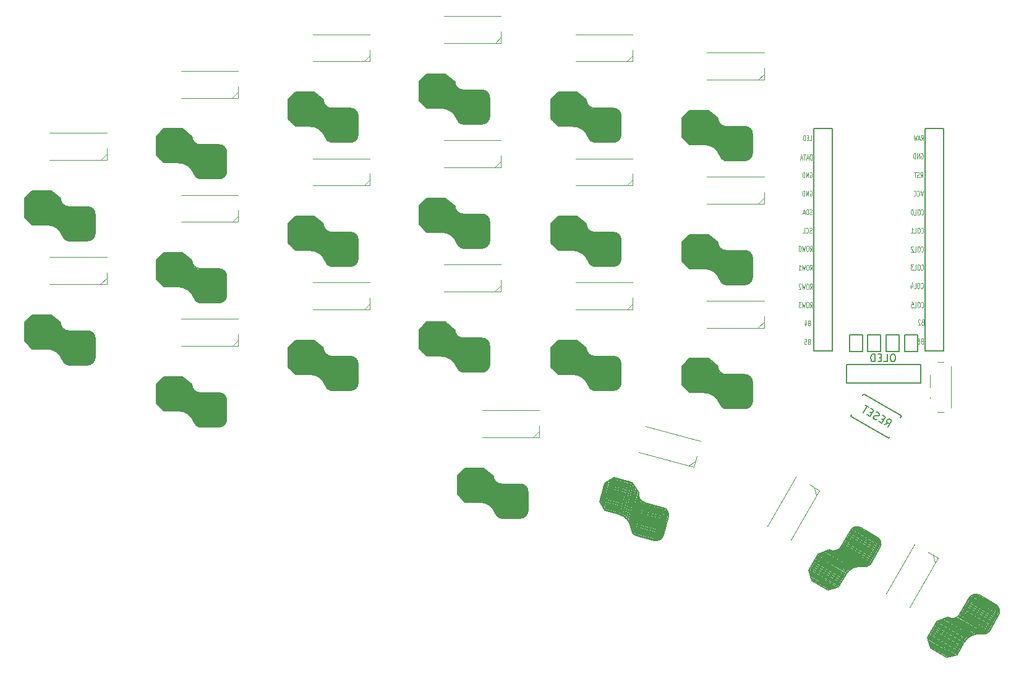
<source format=gbr>
G04 #@! TF.GenerationSoftware,KiCad,Pcbnew,7.0.8*
G04 #@! TF.CreationDate,2024-02-29T00:10:42-05:00*
G04 #@! TF.ProjectId,heawood4,68656177-6f6f-4643-942e-6b696361645f,1.0*
G04 #@! TF.SameCoordinates,Original*
G04 #@! TF.FileFunction,Legend,Bot*
G04 #@! TF.FilePolarity,Positive*
%FSLAX46Y46*%
G04 Gerber Fmt 4.6, Leading zero omitted, Abs format (unit mm)*
G04 Created by KiCad (PCBNEW 7.0.8) date 2024-02-29 00:10:42*
%MOMM*%
%LPD*%
G01*
G04 APERTURE LIST*
%ADD10C,0.125000*%
%ADD11C,0.150000*%
%ADD12C,0.120000*%
G04 APERTURE END LIST*
D10*
X190411738Y-80485964D02*
X190578404Y-80128821D01*
X190697452Y-80485964D02*
X190697452Y-79735964D01*
X190697452Y-79735964D02*
X190506976Y-79735964D01*
X190506976Y-79735964D02*
X190459357Y-79771678D01*
X190459357Y-79771678D02*
X190435547Y-79807392D01*
X190435547Y-79807392D02*
X190411738Y-79878821D01*
X190411738Y-79878821D02*
X190411738Y-79985964D01*
X190411738Y-79985964D02*
X190435547Y-80057392D01*
X190435547Y-80057392D02*
X190459357Y-80093107D01*
X190459357Y-80093107D02*
X190506976Y-80128821D01*
X190506976Y-80128821D02*
X190697452Y-80128821D01*
X190221261Y-80271678D02*
X189983166Y-80271678D01*
X190268880Y-80485964D02*
X190102214Y-79735964D01*
X190102214Y-79735964D02*
X189935547Y-80485964D01*
X189816500Y-79735964D02*
X189697452Y-80485964D01*
X189697452Y-80485964D02*
X189602214Y-79950250D01*
X189602214Y-79950250D02*
X189506976Y-80485964D01*
X189506976Y-80485964D02*
X189387929Y-79735964D01*
X175147928Y-80485964D02*
X175386023Y-80485964D01*
X175386023Y-80485964D02*
X175386023Y-79735964D01*
X174981261Y-80093107D02*
X174814594Y-80093107D01*
X174743166Y-80485964D02*
X174981261Y-80485964D01*
X174981261Y-80485964D02*
X174981261Y-79735964D01*
X174981261Y-79735964D02*
X174743166Y-79735964D01*
X174528880Y-80485964D02*
X174528880Y-79735964D01*
X174528880Y-79735964D02*
X174409832Y-79735964D01*
X174409832Y-79735964D02*
X174338404Y-79771678D01*
X174338404Y-79771678D02*
X174290785Y-79843107D01*
X174290785Y-79843107D02*
X174266975Y-79914535D01*
X174266975Y-79914535D02*
X174243166Y-80057392D01*
X174243166Y-80057392D02*
X174243166Y-80164535D01*
X174243166Y-80164535D02*
X174266975Y-80307392D01*
X174266975Y-80307392D02*
X174290785Y-80378821D01*
X174290785Y-80378821D02*
X174338404Y-80450250D01*
X174338404Y-80450250D02*
X174409832Y-80485964D01*
X174409832Y-80485964D02*
X174528880Y-80485964D01*
X190383952Y-82248178D02*
X190431571Y-82212464D01*
X190431571Y-82212464D02*
X190503000Y-82212464D01*
X190503000Y-82212464D02*
X190574428Y-82248178D01*
X190574428Y-82248178D02*
X190622047Y-82319607D01*
X190622047Y-82319607D02*
X190645857Y-82391035D01*
X190645857Y-82391035D02*
X190669666Y-82533892D01*
X190669666Y-82533892D02*
X190669666Y-82641035D01*
X190669666Y-82641035D02*
X190645857Y-82783892D01*
X190645857Y-82783892D02*
X190622047Y-82855321D01*
X190622047Y-82855321D02*
X190574428Y-82926750D01*
X190574428Y-82926750D02*
X190503000Y-82962464D01*
X190503000Y-82962464D02*
X190455381Y-82962464D01*
X190455381Y-82962464D02*
X190383952Y-82926750D01*
X190383952Y-82926750D02*
X190360143Y-82891035D01*
X190360143Y-82891035D02*
X190360143Y-82641035D01*
X190360143Y-82641035D02*
X190455381Y-82641035D01*
X190145857Y-82962464D02*
X190145857Y-82212464D01*
X190145857Y-82212464D02*
X189860143Y-82962464D01*
X189860143Y-82962464D02*
X189860143Y-82212464D01*
X189622047Y-82962464D02*
X189622047Y-82212464D01*
X189622047Y-82212464D02*
X189502999Y-82212464D01*
X189502999Y-82212464D02*
X189431571Y-82248178D01*
X189431571Y-82248178D02*
X189383952Y-82319607D01*
X189383952Y-82319607D02*
X189360142Y-82391035D01*
X189360142Y-82391035D02*
X189336333Y-82533892D01*
X189336333Y-82533892D02*
X189336333Y-82641035D01*
X189336333Y-82641035D02*
X189360142Y-82783892D01*
X189360142Y-82783892D02*
X189383952Y-82855321D01*
X189383952Y-82855321D02*
X189431571Y-82926750D01*
X189431571Y-82926750D02*
X189502999Y-82962464D01*
X189502999Y-82962464D02*
X189622047Y-82962464D01*
X175425499Y-83130464D02*
X175425499Y-82380464D01*
X175425499Y-82380464D02*
X175306451Y-82380464D01*
X175306451Y-82380464D02*
X175235023Y-82416178D01*
X175235023Y-82416178D02*
X175187404Y-82487607D01*
X175187404Y-82487607D02*
X175163594Y-82559035D01*
X175163594Y-82559035D02*
X175139785Y-82701892D01*
X175139785Y-82701892D02*
X175139785Y-82809035D01*
X175139785Y-82809035D02*
X175163594Y-82951892D01*
X175163594Y-82951892D02*
X175187404Y-83023321D01*
X175187404Y-83023321D02*
X175235023Y-83094750D01*
X175235023Y-83094750D02*
X175306451Y-83130464D01*
X175306451Y-83130464D02*
X175425499Y-83130464D01*
X174949308Y-82916178D02*
X174711213Y-82916178D01*
X174996927Y-83130464D02*
X174830261Y-82380464D01*
X174830261Y-82380464D02*
X174663594Y-83130464D01*
X174568356Y-82380464D02*
X174282642Y-82380464D01*
X174425499Y-83130464D02*
X174425499Y-82380464D01*
X174139785Y-82916178D02*
X173901690Y-82916178D01*
X174187404Y-83130464D02*
X174020738Y-82380464D01*
X174020738Y-82380464D02*
X173854071Y-83130464D01*
X190340309Y-85565964D02*
X190506975Y-85208821D01*
X190626023Y-85565964D02*
X190626023Y-84815964D01*
X190626023Y-84815964D02*
X190435547Y-84815964D01*
X190435547Y-84815964D02*
X190387928Y-84851678D01*
X190387928Y-84851678D02*
X190364118Y-84887392D01*
X190364118Y-84887392D02*
X190340309Y-84958821D01*
X190340309Y-84958821D02*
X190340309Y-85065964D01*
X190340309Y-85065964D02*
X190364118Y-85137392D01*
X190364118Y-85137392D02*
X190387928Y-85173107D01*
X190387928Y-85173107D02*
X190435547Y-85208821D01*
X190435547Y-85208821D02*
X190626023Y-85208821D01*
X190149832Y-85530250D02*
X190078404Y-85565964D01*
X190078404Y-85565964D02*
X189959356Y-85565964D01*
X189959356Y-85565964D02*
X189911737Y-85530250D01*
X189911737Y-85530250D02*
X189887928Y-85494535D01*
X189887928Y-85494535D02*
X189864118Y-85423107D01*
X189864118Y-85423107D02*
X189864118Y-85351678D01*
X189864118Y-85351678D02*
X189887928Y-85280250D01*
X189887928Y-85280250D02*
X189911737Y-85244535D01*
X189911737Y-85244535D02*
X189959356Y-85208821D01*
X189959356Y-85208821D02*
X190054594Y-85173107D01*
X190054594Y-85173107D02*
X190102213Y-85137392D01*
X190102213Y-85137392D02*
X190126023Y-85101678D01*
X190126023Y-85101678D02*
X190149832Y-85030250D01*
X190149832Y-85030250D02*
X190149832Y-84958821D01*
X190149832Y-84958821D02*
X190126023Y-84887392D01*
X190126023Y-84887392D02*
X190102213Y-84851678D01*
X190102213Y-84851678D02*
X190054594Y-84815964D01*
X190054594Y-84815964D02*
X189935547Y-84815964D01*
X189935547Y-84815964D02*
X189864118Y-84851678D01*
X189721261Y-84815964D02*
X189435547Y-84815964D01*
X189578404Y-85565964D02*
X189578404Y-84815964D01*
X175207452Y-84851678D02*
X175255071Y-84815964D01*
X175255071Y-84815964D02*
X175326500Y-84815964D01*
X175326500Y-84815964D02*
X175397928Y-84851678D01*
X175397928Y-84851678D02*
X175445547Y-84923107D01*
X175445547Y-84923107D02*
X175469357Y-84994535D01*
X175469357Y-84994535D02*
X175493166Y-85137392D01*
X175493166Y-85137392D02*
X175493166Y-85244535D01*
X175493166Y-85244535D02*
X175469357Y-85387392D01*
X175469357Y-85387392D02*
X175445547Y-85458821D01*
X175445547Y-85458821D02*
X175397928Y-85530250D01*
X175397928Y-85530250D02*
X175326500Y-85565964D01*
X175326500Y-85565964D02*
X175278881Y-85565964D01*
X175278881Y-85565964D02*
X175207452Y-85530250D01*
X175207452Y-85530250D02*
X175183643Y-85494535D01*
X175183643Y-85494535D02*
X175183643Y-85244535D01*
X175183643Y-85244535D02*
X175278881Y-85244535D01*
X174969357Y-85565964D02*
X174969357Y-84815964D01*
X174969357Y-84815964D02*
X174683643Y-85565964D01*
X174683643Y-85565964D02*
X174683643Y-84815964D01*
X174445547Y-85565964D02*
X174445547Y-84815964D01*
X174445547Y-84815964D02*
X174326499Y-84815964D01*
X174326499Y-84815964D02*
X174255071Y-84851678D01*
X174255071Y-84851678D02*
X174207452Y-84923107D01*
X174207452Y-84923107D02*
X174183642Y-84994535D01*
X174183642Y-84994535D02*
X174159833Y-85137392D01*
X174159833Y-85137392D02*
X174159833Y-85244535D01*
X174159833Y-85244535D02*
X174183642Y-85387392D01*
X174183642Y-85387392D02*
X174207452Y-85458821D01*
X174207452Y-85458821D02*
X174255071Y-85530250D01*
X174255071Y-85530250D02*
X174326499Y-85565964D01*
X174326499Y-85565964D02*
X174445547Y-85565964D01*
X190669665Y-87355964D02*
X190502999Y-88105964D01*
X190502999Y-88105964D02*
X190336332Y-87355964D01*
X189883952Y-88034535D02*
X189907761Y-88070250D01*
X189907761Y-88070250D02*
X189979190Y-88105964D01*
X189979190Y-88105964D02*
X190026809Y-88105964D01*
X190026809Y-88105964D02*
X190098237Y-88070250D01*
X190098237Y-88070250D02*
X190145856Y-87998821D01*
X190145856Y-87998821D02*
X190169666Y-87927392D01*
X190169666Y-87927392D02*
X190193475Y-87784535D01*
X190193475Y-87784535D02*
X190193475Y-87677392D01*
X190193475Y-87677392D02*
X190169666Y-87534535D01*
X190169666Y-87534535D02*
X190145856Y-87463107D01*
X190145856Y-87463107D02*
X190098237Y-87391678D01*
X190098237Y-87391678D02*
X190026809Y-87355964D01*
X190026809Y-87355964D02*
X189979190Y-87355964D01*
X189979190Y-87355964D02*
X189907761Y-87391678D01*
X189907761Y-87391678D02*
X189883952Y-87427392D01*
X189383952Y-88034535D02*
X189407761Y-88070250D01*
X189407761Y-88070250D02*
X189479190Y-88105964D01*
X189479190Y-88105964D02*
X189526809Y-88105964D01*
X189526809Y-88105964D02*
X189598237Y-88070250D01*
X189598237Y-88070250D02*
X189645856Y-87998821D01*
X189645856Y-87998821D02*
X189669666Y-87927392D01*
X189669666Y-87927392D02*
X189693475Y-87784535D01*
X189693475Y-87784535D02*
X189693475Y-87677392D01*
X189693475Y-87677392D02*
X189669666Y-87534535D01*
X189669666Y-87534535D02*
X189645856Y-87463107D01*
X189645856Y-87463107D02*
X189598237Y-87391678D01*
X189598237Y-87391678D02*
X189526809Y-87355964D01*
X189526809Y-87355964D02*
X189479190Y-87355964D01*
X189479190Y-87355964D02*
X189407761Y-87391678D01*
X189407761Y-87391678D02*
X189383952Y-87427392D01*
X175207452Y-87391678D02*
X175255071Y-87355964D01*
X175255071Y-87355964D02*
X175326500Y-87355964D01*
X175326500Y-87355964D02*
X175397928Y-87391678D01*
X175397928Y-87391678D02*
X175445547Y-87463107D01*
X175445547Y-87463107D02*
X175469357Y-87534535D01*
X175469357Y-87534535D02*
X175493166Y-87677392D01*
X175493166Y-87677392D02*
X175493166Y-87784535D01*
X175493166Y-87784535D02*
X175469357Y-87927392D01*
X175469357Y-87927392D02*
X175445547Y-87998821D01*
X175445547Y-87998821D02*
X175397928Y-88070250D01*
X175397928Y-88070250D02*
X175326500Y-88105964D01*
X175326500Y-88105964D02*
X175278881Y-88105964D01*
X175278881Y-88105964D02*
X175207452Y-88070250D01*
X175207452Y-88070250D02*
X175183643Y-88034535D01*
X175183643Y-88034535D02*
X175183643Y-87784535D01*
X175183643Y-87784535D02*
X175278881Y-87784535D01*
X174969357Y-88105964D02*
X174969357Y-87355964D01*
X174969357Y-87355964D02*
X174683643Y-88105964D01*
X174683643Y-88105964D02*
X174683643Y-87355964D01*
X174445547Y-88105964D02*
X174445547Y-87355964D01*
X174445547Y-87355964D02*
X174326499Y-87355964D01*
X174326499Y-87355964D02*
X174255071Y-87391678D01*
X174255071Y-87391678D02*
X174207452Y-87463107D01*
X174207452Y-87463107D02*
X174183642Y-87534535D01*
X174183642Y-87534535D02*
X174159833Y-87677392D01*
X174159833Y-87677392D02*
X174159833Y-87784535D01*
X174159833Y-87784535D02*
X174183642Y-87927392D01*
X174183642Y-87927392D02*
X174207452Y-87998821D01*
X174207452Y-87998821D02*
X174255071Y-88070250D01*
X174255071Y-88070250D02*
X174326499Y-88105964D01*
X174326499Y-88105964D02*
X174445547Y-88105964D01*
X190423119Y-98159035D02*
X190446928Y-98194750D01*
X190446928Y-98194750D02*
X190518357Y-98230464D01*
X190518357Y-98230464D02*
X190565976Y-98230464D01*
X190565976Y-98230464D02*
X190637404Y-98194750D01*
X190637404Y-98194750D02*
X190685023Y-98123321D01*
X190685023Y-98123321D02*
X190708833Y-98051892D01*
X190708833Y-98051892D02*
X190732642Y-97909035D01*
X190732642Y-97909035D02*
X190732642Y-97801892D01*
X190732642Y-97801892D02*
X190708833Y-97659035D01*
X190708833Y-97659035D02*
X190685023Y-97587607D01*
X190685023Y-97587607D02*
X190637404Y-97516178D01*
X190637404Y-97516178D02*
X190565976Y-97480464D01*
X190565976Y-97480464D02*
X190518357Y-97480464D01*
X190518357Y-97480464D02*
X190446928Y-97516178D01*
X190446928Y-97516178D02*
X190423119Y-97551892D01*
X190113595Y-97480464D02*
X190018357Y-97480464D01*
X190018357Y-97480464D02*
X189970738Y-97516178D01*
X189970738Y-97516178D02*
X189923119Y-97587607D01*
X189923119Y-97587607D02*
X189899309Y-97730464D01*
X189899309Y-97730464D02*
X189899309Y-97980464D01*
X189899309Y-97980464D02*
X189923119Y-98123321D01*
X189923119Y-98123321D02*
X189970738Y-98194750D01*
X189970738Y-98194750D02*
X190018357Y-98230464D01*
X190018357Y-98230464D02*
X190113595Y-98230464D01*
X190113595Y-98230464D02*
X190161214Y-98194750D01*
X190161214Y-98194750D02*
X190208833Y-98123321D01*
X190208833Y-98123321D02*
X190232642Y-97980464D01*
X190232642Y-97980464D02*
X190232642Y-97730464D01*
X190232642Y-97730464D02*
X190208833Y-97587607D01*
X190208833Y-97587607D02*
X190161214Y-97516178D01*
X190161214Y-97516178D02*
X190113595Y-97480464D01*
X189446928Y-98230464D02*
X189685023Y-98230464D01*
X189685023Y-98230464D02*
X189685023Y-97480464D01*
X189327880Y-97480464D02*
X189018356Y-97480464D01*
X189018356Y-97480464D02*
X189185023Y-97766178D01*
X189185023Y-97766178D02*
X189113594Y-97766178D01*
X189113594Y-97766178D02*
X189065975Y-97801892D01*
X189065975Y-97801892D02*
X189042166Y-97837607D01*
X189042166Y-97837607D02*
X189018356Y-97909035D01*
X189018356Y-97909035D02*
X189018356Y-98087607D01*
X189018356Y-98087607D02*
X189042166Y-98159035D01*
X189042166Y-98159035D02*
X189065975Y-98194750D01*
X189065975Y-98194750D02*
X189113594Y-98230464D01*
X189113594Y-98230464D02*
X189256451Y-98230464D01*
X189256451Y-98230464D02*
X189304070Y-98194750D01*
X189304070Y-98194750D02*
X189327880Y-98159035D01*
X175206452Y-95662464D02*
X175373118Y-95305321D01*
X175492166Y-95662464D02*
X175492166Y-94912464D01*
X175492166Y-94912464D02*
X175301690Y-94912464D01*
X175301690Y-94912464D02*
X175254071Y-94948178D01*
X175254071Y-94948178D02*
X175230261Y-94983892D01*
X175230261Y-94983892D02*
X175206452Y-95055321D01*
X175206452Y-95055321D02*
X175206452Y-95162464D01*
X175206452Y-95162464D02*
X175230261Y-95233892D01*
X175230261Y-95233892D02*
X175254071Y-95269607D01*
X175254071Y-95269607D02*
X175301690Y-95305321D01*
X175301690Y-95305321D02*
X175492166Y-95305321D01*
X174896928Y-94912464D02*
X174801690Y-94912464D01*
X174801690Y-94912464D02*
X174754071Y-94948178D01*
X174754071Y-94948178D02*
X174706452Y-95019607D01*
X174706452Y-95019607D02*
X174682642Y-95162464D01*
X174682642Y-95162464D02*
X174682642Y-95412464D01*
X174682642Y-95412464D02*
X174706452Y-95555321D01*
X174706452Y-95555321D02*
X174754071Y-95626750D01*
X174754071Y-95626750D02*
X174801690Y-95662464D01*
X174801690Y-95662464D02*
X174896928Y-95662464D01*
X174896928Y-95662464D02*
X174944547Y-95626750D01*
X174944547Y-95626750D02*
X174992166Y-95555321D01*
X174992166Y-95555321D02*
X175015975Y-95412464D01*
X175015975Y-95412464D02*
X175015975Y-95162464D01*
X175015975Y-95162464D02*
X174992166Y-95019607D01*
X174992166Y-95019607D02*
X174944547Y-94948178D01*
X174944547Y-94948178D02*
X174896928Y-94912464D01*
X174515975Y-94912464D02*
X174396927Y-95662464D01*
X174396927Y-95662464D02*
X174301689Y-95126750D01*
X174301689Y-95126750D02*
X174206451Y-95662464D01*
X174206451Y-95662464D02*
X174087404Y-94912464D01*
X173801689Y-94912464D02*
X173754070Y-94912464D01*
X173754070Y-94912464D02*
X173706451Y-94948178D01*
X173706451Y-94948178D02*
X173682641Y-94983892D01*
X173682641Y-94983892D02*
X173658832Y-95055321D01*
X173658832Y-95055321D02*
X173635022Y-95198178D01*
X173635022Y-95198178D02*
X173635022Y-95376750D01*
X173635022Y-95376750D02*
X173658832Y-95519607D01*
X173658832Y-95519607D02*
X173682641Y-95591035D01*
X173682641Y-95591035D02*
X173706451Y-95626750D01*
X173706451Y-95626750D02*
X173754070Y-95662464D01*
X173754070Y-95662464D02*
X173801689Y-95662464D01*
X173801689Y-95662464D02*
X173849308Y-95626750D01*
X173849308Y-95626750D02*
X173873117Y-95591035D01*
X173873117Y-95591035D02*
X173896927Y-95519607D01*
X173896927Y-95519607D02*
X173920736Y-95376750D01*
X173920736Y-95376750D02*
X173920736Y-95198178D01*
X173920736Y-95198178D02*
X173896927Y-95055321D01*
X173896927Y-95055321D02*
X173873117Y-94983892D01*
X173873117Y-94983892D02*
X173849308Y-94948178D01*
X173849308Y-94948178D02*
X173801689Y-94912464D01*
X190423119Y-95659035D02*
X190446928Y-95694750D01*
X190446928Y-95694750D02*
X190518357Y-95730464D01*
X190518357Y-95730464D02*
X190565976Y-95730464D01*
X190565976Y-95730464D02*
X190637404Y-95694750D01*
X190637404Y-95694750D02*
X190685023Y-95623321D01*
X190685023Y-95623321D02*
X190708833Y-95551892D01*
X190708833Y-95551892D02*
X190732642Y-95409035D01*
X190732642Y-95409035D02*
X190732642Y-95301892D01*
X190732642Y-95301892D02*
X190708833Y-95159035D01*
X190708833Y-95159035D02*
X190685023Y-95087607D01*
X190685023Y-95087607D02*
X190637404Y-95016178D01*
X190637404Y-95016178D02*
X190565976Y-94980464D01*
X190565976Y-94980464D02*
X190518357Y-94980464D01*
X190518357Y-94980464D02*
X190446928Y-95016178D01*
X190446928Y-95016178D02*
X190423119Y-95051892D01*
X190113595Y-94980464D02*
X190018357Y-94980464D01*
X190018357Y-94980464D02*
X189970738Y-95016178D01*
X189970738Y-95016178D02*
X189923119Y-95087607D01*
X189923119Y-95087607D02*
X189899309Y-95230464D01*
X189899309Y-95230464D02*
X189899309Y-95480464D01*
X189899309Y-95480464D02*
X189923119Y-95623321D01*
X189923119Y-95623321D02*
X189970738Y-95694750D01*
X189970738Y-95694750D02*
X190018357Y-95730464D01*
X190018357Y-95730464D02*
X190113595Y-95730464D01*
X190113595Y-95730464D02*
X190161214Y-95694750D01*
X190161214Y-95694750D02*
X190208833Y-95623321D01*
X190208833Y-95623321D02*
X190232642Y-95480464D01*
X190232642Y-95480464D02*
X190232642Y-95230464D01*
X190232642Y-95230464D02*
X190208833Y-95087607D01*
X190208833Y-95087607D02*
X190161214Y-95016178D01*
X190161214Y-95016178D02*
X190113595Y-94980464D01*
X189446928Y-95730464D02*
X189685023Y-95730464D01*
X189685023Y-95730464D02*
X189685023Y-94980464D01*
X189304070Y-95051892D02*
X189280261Y-95016178D01*
X189280261Y-95016178D02*
X189232642Y-94980464D01*
X189232642Y-94980464D02*
X189113594Y-94980464D01*
X189113594Y-94980464D02*
X189065975Y-95016178D01*
X189065975Y-95016178D02*
X189042166Y-95051892D01*
X189042166Y-95051892D02*
X189018356Y-95123321D01*
X189018356Y-95123321D02*
X189018356Y-95194750D01*
X189018356Y-95194750D02*
X189042166Y-95301892D01*
X189042166Y-95301892D02*
X189327880Y-95730464D01*
X189327880Y-95730464D02*
X189018356Y-95730464D01*
X175421737Y-93150250D02*
X175350309Y-93185964D01*
X175350309Y-93185964D02*
X175231261Y-93185964D01*
X175231261Y-93185964D02*
X175183642Y-93150250D01*
X175183642Y-93150250D02*
X175159833Y-93114535D01*
X175159833Y-93114535D02*
X175136023Y-93043107D01*
X175136023Y-93043107D02*
X175136023Y-92971678D01*
X175136023Y-92971678D02*
X175159833Y-92900250D01*
X175159833Y-92900250D02*
X175183642Y-92864535D01*
X175183642Y-92864535D02*
X175231261Y-92828821D01*
X175231261Y-92828821D02*
X175326499Y-92793107D01*
X175326499Y-92793107D02*
X175374118Y-92757392D01*
X175374118Y-92757392D02*
X175397928Y-92721678D01*
X175397928Y-92721678D02*
X175421737Y-92650250D01*
X175421737Y-92650250D02*
X175421737Y-92578821D01*
X175421737Y-92578821D02*
X175397928Y-92507392D01*
X175397928Y-92507392D02*
X175374118Y-92471678D01*
X175374118Y-92471678D02*
X175326499Y-92435964D01*
X175326499Y-92435964D02*
X175207452Y-92435964D01*
X175207452Y-92435964D02*
X175136023Y-92471678D01*
X174636024Y-93114535D02*
X174659833Y-93150250D01*
X174659833Y-93150250D02*
X174731262Y-93185964D01*
X174731262Y-93185964D02*
X174778881Y-93185964D01*
X174778881Y-93185964D02*
X174850309Y-93150250D01*
X174850309Y-93150250D02*
X174897928Y-93078821D01*
X174897928Y-93078821D02*
X174921738Y-93007392D01*
X174921738Y-93007392D02*
X174945547Y-92864535D01*
X174945547Y-92864535D02*
X174945547Y-92757392D01*
X174945547Y-92757392D02*
X174921738Y-92614535D01*
X174921738Y-92614535D02*
X174897928Y-92543107D01*
X174897928Y-92543107D02*
X174850309Y-92471678D01*
X174850309Y-92471678D02*
X174778881Y-92435964D01*
X174778881Y-92435964D02*
X174731262Y-92435964D01*
X174731262Y-92435964D02*
X174659833Y-92471678D01*
X174659833Y-92471678D02*
X174636024Y-92507392D01*
X174183643Y-93185964D02*
X174421738Y-93185964D01*
X174421738Y-93185964D02*
X174421738Y-92435964D01*
X190423119Y-93114535D02*
X190446928Y-93150250D01*
X190446928Y-93150250D02*
X190518357Y-93185964D01*
X190518357Y-93185964D02*
X190565976Y-93185964D01*
X190565976Y-93185964D02*
X190637404Y-93150250D01*
X190637404Y-93150250D02*
X190685023Y-93078821D01*
X190685023Y-93078821D02*
X190708833Y-93007392D01*
X190708833Y-93007392D02*
X190732642Y-92864535D01*
X190732642Y-92864535D02*
X190732642Y-92757392D01*
X190732642Y-92757392D02*
X190708833Y-92614535D01*
X190708833Y-92614535D02*
X190685023Y-92543107D01*
X190685023Y-92543107D02*
X190637404Y-92471678D01*
X190637404Y-92471678D02*
X190565976Y-92435964D01*
X190565976Y-92435964D02*
X190518357Y-92435964D01*
X190518357Y-92435964D02*
X190446928Y-92471678D01*
X190446928Y-92471678D02*
X190423119Y-92507392D01*
X190113595Y-92435964D02*
X190018357Y-92435964D01*
X190018357Y-92435964D02*
X189970738Y-92471678D01*
X189970738Y-92471678D02*
X189923119Y-92543107D01*
X189923119Y-92543107D02*
X189899309Y-92685964D01*
X189899309Y-92685964D02*
X189899309Y-92935964D01*
X189899309Y-92935964D02*
X189923119Y-93078821D01*
X189923119Y-93078821D02*
X189970738Y-93150250D01*
X189970738Y-93150250D02*
X190018357Y-93185964D01*
X190018357Y-93185964D02*
X190113595Y-93185964D01*
X190113595Y-93185964D02*
X190161214Y-93150250D01*
X190161214Y-93150250D02*
X190208833Y-93078821D01*
X190208833Y-93078821D02*
X190232642Y-92935964D01*
X190232642Y-92935964D02*
X190232642Y-92685964D01*
X190232642Y-92685964D02*
X190208833Y-92543107D01*
X190208833Y-92543107D02*
X190161214Y-92471678D01*
X190161214Y-92471678D02*
X190113595Y-92435964D01*
X189446928Y-93185964D02*
X189685023Y-93185964D01*
X189685023Y-93185964D02*
X189685023Y-92435964D01*
X189018356Y-93185964D02*
X189304070Y-93185964D01*
X189161213Y-93185964D02*
X189161213Y-92435964D01*
X189161213Y-92435964D02*
X189208832Y-92543107D01*
X189208832Y-92543107D02*
X189256451Y-92614535D01*
X189256451Y-92614535D02*
X189304070Y-92650250D01*
X175433641Y-90610250D02*
X175362213Y-90645964D01*
X175362213Y-90645964D02*
X175243165Y-90645964D01*
X175243165Y-90645964D02*
X175195546Y-90610250D01*
X175195546Y-90610250D02*
X175171737Y-90574535D01*
X175171737Y-90574535D02*
X175147927Y-90503107D01*
X175147927Y-90503107D02*
X175147927Y-90431678D01*
X175147927Y-90431678D02*
X175171737Y-90360250D01*
X175171737Y-90360250D02*
X175195546Y-90324535D01*
X175195546Y-90324535D02*
X175243165Y-90288821D01*
X175243165Y-90288821D02*
X175338403Y-90253107D01*
X175338403Y-90253107D02*
X175386022Y-90217392D01*
X175386022Y-90217392D02*
X175409832Y-90181678D01*
X175409832Y-90181678D02*
X175433641Y-90110250D01*
X175433641Y-90110250D02*
X175433641Y-90038821D01*
X175433641Y-90038821D02*
X175409832Y-89967392D01*
X175409832Y-89967392D02*
X175386022Y-89931678D01*
X175386022Y-89931678D02*
X175338403Y-89895964D01*
X175338403Y-89895964D02*
X175219356Y-89895964D01*
X175219356Y-89895964D02*
X175147927Y-89931678D01*
X174933642Y-90645964D02*
X174933642Y-89895964D01*
X174933642Y-89895964D02*
X174814594Y-89895964D01*
X174814594Y-89895964D02*
X174743166Y-89931678D01*
X174743166Y-89931678D02*
X174695547Y-90003107D01*
X174695547Y-90003107D02*
X174671737Y-90074535D01*
X174671737Y-90074535D02*
X174647928Y-90217392D01*
X174647928Y-90217392D02*
X174647928Y-90324535D01*
X174647928Y-90324535D02*
X174671737Y-90467392D01*
X174671737Y-90467392D02*
X174695547Y-90538821D01*
X174695547Y-90538821D02*
X174743166Y-90610250D01*
X174743166Y-90610250D02*
X174814594Y-90645964D01*
X174814594Y-90645964D02*
X174933642Y-90645964D01*
X174457451Y-90431678D02*
X174219356Y-90431678D01*
X174505070Y-90645964D02*
X174338404Y-89895964D01*
X174338404Y-89895964D02*
X174171737Y-90645964D01*
X190423119Y-90609035D02*
X190446928Y-90644750D01*
X190446928Y-90644750D02*
X190518357Y-90680464D01*
X190518357Y-90680464D02*
X190565976Y-90680464D01*
X190565976Y-90680464D02*
X190637404Y-90644750D01*
X190637404Y-90644750D02*
X190685023Y-90573321D01*
X190685023Y-90573321D02*
X190708833Y-90501892D01*
X190708833Y-90501892D02*
X190732642Y-90359035D01*
X190732642Y-90359035D02*
X190732642Y-90251892D01*
X190732642Y-90251892D02*
X190708833Y-90109035D01*
X190708833Y-90109035D02*
X190685023Y-90037607D01*
X190685023Y-90037607D02*
X190637404Y-89966178D01*
X190637404Y-89966178D02*
X190565976Y-89930464D01*
X190565976Y-89930464D02*
X190518357Y-89930464D01*
X190518357Y-89930464D02*
X190446928Y-89966178D01*
X190446928Y-89966178D02*
X190423119Y-90001892D01*
X190113595Y-89930464D02*
X190018357Y-89930464D01*
X190018357Y-89930464D02*
X189970738Y-89966178D01*
X189970738Y-89966178D02*
X189923119Y-90037607D01*
X189923119Y-90037607D02*
X189899309Y-90180464D01*
X189899309Y-90180464D02*
X189899309Y-90430464D01*
X189899309Y-90430464D02*
X189923119Y-90573321D01*
X189923119Y-90573321D02*
X189970738Y-90644750D01*
X189970738Y-90644750D02*
X190018357Y-90680464D01*
X190018357Y-90680464D02*
X190113595Y-90680464D01*
X190113595Y-90680464D02*
X190161214Y-90644750D01*
X190161214Y-90644750D02*
X190208833Y-90573321D01*
X190208833Y-90573321D02*
X190232642Y-90430464D01*
X190232642Y-90430464D02*
X190232642Y-90180464D01*
X190232642Y-90180464D02*
X190208833Y-90037607D01*
X190208833Y-90037607D02*
X190161214Y-89966178D01*
X190161214Y-89966178D02*
X190113595Y-89930464D01*
X189446928Y-90680464D02*
X189685023Y-90680464D01*
X189685023Y-90680464D02*
X189685023Y-89930464D01*
X189185023Y-89930464D02*
X189137404Y-89930464D01*
X189137404Y-89930464D02*
X189089785Y-89966178D01*
X189089785Y-89966178D02*
X189065975Y-90001892D01*
X189065975Y-90001892D02*
X189042166Y-90073321D01*
X189042166Y-90073321D02*
X189018356Y-90216178D01*
X189018356Y-90216178D02*
X189018356Y-90394750D01*
X189018356Y-90394750D02*
X189042166Y-90537607D01*
X189042166Y-90537607D02*
X189065975Y-90609035D01*
X189065975Y-90609035D02*
X189089785Y-90644750D01*
X189089785Y-90644750D02*
X189137404Y-90680464D01*
X189137404Y-90680464D02*
X189185023Y-90680464D01*
X189185023Y-90680464D02*
X189232642Y-90644750D01*
X189232642Y-90644750D02*
X189256451Y-90609035D01*
X189256451Y-90609035D02*
X189280261Y-90537607D01*
X189280261Y-90537607D02*
X189304070Y-90394750D01*
X189304070Y-90394750D02*
X189304070Y-90216178D01*
X189304070Y-90216178D02*
X189280261Y-90073321D01*
X189280261Y-90073321D02*
X189256451Y-90001892D01*
X189256451Y-90001892D02*
X189232642Y-89966178D01*
X189232642Y-89966178D02*
X189185023Y-89930464D01*
X190522880Y-107969607D02*
X190451452Y-108005321D01*
X190451452Y-108005321D02*
X190427642Y-108041035D01*
X190427642Y-108041035D02*
X190403833Y-108112464D01*
X190403833Y-108112464D02*
X190403833Y-108219607D01*
X190403833Y-108219607D02*
X190427642Y-108291035D01*
X190427642Y-108291035D02*
X190451452Y-108326750D01*
X190451452Y-108326750D02*
X190499071Y-108362464D01*
X190499071Y-108362464D02*
X190689547Y-108362464D01*
X190689547Y-108362464D02*
X190689547Y-107612464D01*
X190689547Y-107612464D02*
X190522880Y-107612464D01*
X190522880Y-107612464D02*
X190475261Y-107648178D01*
X190475261Y-107648178D02*
X190451452Y-107683892D01*
X190451452Y-107683892D02*
X190427642Y-107755321D01*
X190427642Y-107755321D02*
X190427642Y-107826750D01*
X190427642Y-107826750D02*
X190451452Y-107898178D01*
X190451452Y-107898178D02*
X190475261Y-107933892D01*
X190475261Y-107933892D02*
X190522880Y-107969607D01*
X190522880Y-107969607D02*
X190689547Y-107969607D01*
X189975261Y-107612464D02*
X190070499Y-107612464D01*
X190070499Y-107612464D02*
X190118118Y-107648178D01*
X190118118Y-107648178D02*
X190141928Y-107683892D01*
X190141928Y-107683892D02*
X190189547Y-107791035D01*
X190189547Y-107791035D02*
X190213356Y-107933892D01*
X190213356Y-107933892D02*
X190213356Y-108219607D01*
X190213356Y-108219607D02*
X190189547Y-108291035D01*
X190189547Y-108291035D02*
X190165737Y-108326750D01*
X190165737Y-108326750D02*
X190118118Y-108362464D01*
X190118118Y-108362464D02*
X190022880Y-108362464D01*
X190022880Y-108362464D02*
X189975261Y-108326750D01*
X189975261Y-108326750D02*
X189951452Y-108291035D01*
X189951452Y-108291035D02*
X189927642Y-108219607D01*
X189927642Y-108219607D02*
X189927642Y-108041035D01*
X189927642Y-108041035D02*
X189951452Y-107969607D01*
X189951452Y-107969607D02*
X189975261Y-107933892D01*
X189975261Y-107933892D02*
X190022880Y-107898178D01*
X190022880Y-107898178D02*
X190118118Y-107898178D01*
X190118118Y-107898178D02*
X190165737Y-107933892D01*
X190165737Y-107933892D02*
X190189547Y-107969607D01*
X190189547Y-107969607D02*
X190213356Y-108041035D01*
X175028880Y-108033107D02*
X174957452Y-108068821D01*
X174957452Y-108068821D02*
X174933642Y-108104535D01*
X174933642Y-108104535D02*
X174909833Y-108175964D01*
X174909833Y-108175964D02*
X174909833Y-108283107D01*
X174909833Y-108283107D02*
X174933642Y-108354535D01*
X174933642Y-108354535D02*
X174957452Y-108390250D01*
X174957452Y-108390250D02*
X175005071Y-108425964D01*
X175005071Y-108425964D02*
X175195547Y-108425964D01*
X175195547Y-108425964D02*
X175195547Y-107675964D01*
X175195547Y-107675964D02*
X175028880Y-107675964D01*
X175028880Y-107675964D02*
X174981261Y-107711678D01*
X174981261Y-107711678D02*
X174957452Y-107747392D01*
X174957452Y-107747392D02*
X174933642Y-107818821D01*
X174933642Y-107818821D02*
X174933642Y-107890250D01*
X174933642Y-107890250D02*
X174957452Y-107961678D01*
X174957452Y-107961678D02*
X174981261Y-107997392D01*
X174981261Y-107997392D02*
X175028880Y-108033107D01*
X175028880Y-108033107D02*
X175195547Y-108033107D01*
X174457452Y-107675964D02*
X174695547Y-107675964D01*
X174695547Y-107675964D02*
X174719356Y-108033107D01*
X174719356Y-108033107D02*
X174695547Y-107997392D01*
X174695547Y-107997392D02*
X174647928Y-107961678D01*
X174647928Y-107961678D02*
X174528880Y-107961678D01*
X174528880Y-107961678D02*
X174481261Y-107997392D01*
X174481261Y-107997392D02*
X174457452Y-108033107D01*
X174457452Y-108033107D02*
X174433642Y-108104535D01*
X174433642Y-108104535D02*
X174433642Y-108283107D01*
X174433642Y-108283107D02*
X174457452Y-108354535D01*
X174457452Y-108354535D02*
X174481261Y-108390250D01*
X174481261Y-108390250D02*
X174528880Y-108425964D01*
X174528880Y-108425964D02*
X174647928Y-108425964D01*
X174647928Y-108425964D02*
X174695547Y-108390250D01*
X174695547Y-108390250D02*
X174719356Y-108354535D01*
X175028880Y-105493107D02*
X174957452Y-105528821D01*
X174957452Y-105528821D02*
X174933642Y-105564535D01*
X174933642Y-105564535D02*
X174909833Y-105635964D01*
X174909833Y-105635964D02*
X174909833Y-105743107D01*
X174909833Y-105743107D02*
X174933642Y-105814535D01*
X174933642Y-105814535D02*
X174957452Y-105850250D01*
X174957452Y-105850250D02*
X175005071Y-105885964D01*
X175005071Y-105885964D02*
X175195547Y-105885964D01*
X175195547Y-105885964D02*
X175195547Y-105135964D01*
X175195547Y-105135964D02*
X175028880Y-105135964D01*
X175028880Y-105135964D02*
X174981261Y-105171678D01*
X174981261Y-105171678D02*
X174957452Y-105207392D01*
X174957452Y-105207392D02*
X174933642Y-105278821D01*
X174933642Y-105278821D02*
X174933642Y-105350250D01*
X174933642Y-105350250D02*
X174957452Y-105421678D01*
X174957452Y-105421678D02*
X174981261Y-105457392D01*
X174981261Y-105457392D02*
X175028880Y-105493107D01*
X175028880Y-105493107D02*
X175195547Y-105493107D01*
X174481261Y-105385964D02*
X174481261Y-105885964D01*
X174600309Y-105100250D02*
X174719356Y-105635964D01*
X174719356Y-105635964D02*
X174409833Y-105635964D01*
X190586380Y-105366107D02*
X190514952Y-105401821D01*
X190514952Y-105401821D02*
X190491142Y-105437535D01*
X190491142Y-105437535D02*
X190467333Y-105508964D01*
X190467333Y-105508964D02*
X190467333Y-105616107D01*
X190467333Y-105616107D02*
X190491142Y-105687535D01*
X190491142Y-105687535D02*
X190514952Y-105723250D01*
X190514952Y-105723250D02*
X190562571Y-105758964D01*
X190562571Y-105758964D02*
X190753047Y-105758964D01*
X190753047Y-105758964D02*
X190753047Y-105008964D01*
X190753047Y-105008964D02*
X190586380Y-105008964D01*
X190586380Y-105008964D02*
X190538761Y-105044678D01*
X190538761Y-105044678D02*
X190514952Y-105080392D01*
X190514952Y-105080392D02*
X190491142Y-105151821D01*
X190491142Y-105151821D02*
X190491142Y-105223250D01*
X190491142Y-105223250D02*
X190514952Y-105294678D01*
X190514952Y-105294678D02*
X190538761Y-105330392D01*
X190538761Y-105330392D02*
X190586380Y-105366107D01*
X190586380Y-105366107D02*
X190753047Y-105366107D01*
X190276856Y-105080392D02*
X190253047Y-105044678D01*
X190253047Y-105044678D02*
X190205428Y-105008964D01*
X190205428Y-105008964D02*
X190086380Y-105008964D01*
X190086380Y-105008964D02*
X190038761Y-105044678D01*
X190038761Y-105044678D02*
X190014952Y-105080392D01*
X190014952Y-105080392D02*
X189991142Y-105151821D01*
X189991142Y-105151821D02*
X189991142Y-105223250D01*
X189991142Y-105223250D02*
X190014952Y-105330392D01*
X190014952Y-105330392D02*
X190300666Y-105758964D01*
X190300666Y-105758964D02*
X189991142Y-105758964D01*
X175206452Y-103380464D02*
X175373118Y-103023321D01*
X175492166Y-103380464D02*
X175492166Y-102630464D01*
X175492166Y-102630464D02*
X175301690Y-102630464D01*
X175301690Y-102630464D02*
X175254071Y-102666178D01*
X175254071Y-102666178D02*
X175230261Y-102701892D01*
X175230261Y-102701892D02*
X175206452Y-102773321D01*
X175206452Y-102773321D02*
X175206452Y-102880464D01*
X175206452Y-102880464D02*
X175230261Y-102951892D01*
X175230261Y-102951892D02*
X175254071Y-102987607D01*
X175254071Y-102987607D02*
X175301690Y-103023321D01*
X175301690Y-103023321D02*
X175492166Y-103023321D01*
X174896928Y-102630464D02*
X174801690Y-102630464D01*
X174801690Y-102630464D02*
X174754071Y-102666178D01*
X174754071Y-102666178D02*
X174706452Y-102737607D01*
X174706452Y-102737607D02*
X174682642Y-102880464D01*
X174682642Y-102880464D02*
X174682642Y-103130464D01*
X174682642Y-103130464D02*
X174706452Y-103273321D01*
X174706452Y-103273321D02*
X174754071Y-103344750D01*
X174754071Y-103344750D02*
X174801690Y-103380464D01*
X174801690Y-103380464D02*
X174896928Y-103380464D01*
X174896928Y-103380464D02*
X174944547Y-103344750D01*
X174944547Y-103344750D02*
X174992166Y-103273321D01*
X174992166Y-103273321D02*
X175015975Y-103130464D01*
X175015975Y-103130464D02*
X175015975Y-102880464D01*
X175015975Y-102880464D02*
X174992166Y-102737607D01*
X174992166Y-102737607D02*
X174944547Y-102666178D01*
X174944547Y-102666178D02*
X174896928Y-102630464D01*
X174515975Y-102630464D02*
X174396927Y-103380464D01*
X174396927Y-103380464D02*
X174301689Y-102844750D01*
X174301689Y-102844750D02*
X174206451Y-103380464D01*
X174206451Y-103380464D02*
X174087404Y-102630464D01*
X173944546Y-102630464D02*
X173635022Y-102630464D01*
X173635022Y-102630464D02*
X173801689Y-102916178D01*
X173801689Y-102916178D02*
X173730260Y-102916178D01*
X173730260Y-102916178D02*
X173682641Y-102951892D01*
X173682641Y-102951892D02*
X173658832Y-102987607D01*
X173658832Y-102987607D02*
X173635022Y-103059035D01*
X173635022Y-103059035D02*
X173635022Y-103237607D01*
X173635022Y-103237607D02*
X173658832Y-103309035D01*
X173658832Y-103309035D02*
X173682641Y-103344750D01*
X173682641Y-103344750D02*
X173730260Y-103380464D01*
X173730260Y-103380464D02*
X173873117Y-103380464D01*
X173873117Y-103380464D02*
X173920736Y-103344750D01*
X173920736Y-103344750D02*
X173944546Y-103309035D01*
X190423119Y-103309035D02*
X190446928Y-103344750D01*
X190446928Y-103344750D02*
X190518357Y-103380464D01*
X190518357Y-103380464D02*
X190565976Y-103380464D01*
X190565976Y-103380464D02*
X190637404Y-103344750D01*
X190637404Y-103344750D02*
X190685023Y-103273321D01*
X190685023Y-103273321D02*
X190708833Y-103201892D01*
X190708833Y-103201892D02*
X190732642Y-103059035D01*
X190732642Y-103059035D02*
X190732642Y-102951892D01*
X190732642Y-102951892D02*
X190708833Y-102809035D01*
X190708833Y-102809035D02*
X190685023Y-102737607D01*
X190685023Y-102737607D02*
X190637404Y-102666178D01*
X190637404Y-102666178D02*
X190565976Y-102630464D01*
X190565976Y-102630464D02*
X190518357Y-102630464D01*
X190518357Y-102630464D02*
X190446928Y-102666178D01*
X190446928Y-102666178D02*
X190423119Y-102701892D01*
X190113595Y-102630464D02*
X190018357Y-102630464D01*
X190018357Y-102630464D02*
X189970738Y-102666178D01*
X189970738Y-102666178D02*
X189923119Y-102737607D01*
X189923119Y-102737607D02*
X189899309Y-102880464D01*
X189899309Y-102880464D02*
X189899309Y-103130464D01*
X189899309Y-103130464D02*
X189923119Y-103273321D01*
X189923119Y-103273321D02*
X189970738Y-103344750D01*
X189970738Y-103344750D02*
X190018357Y-103380464D01*
X190018357Y-103380464D02*
X190113595Y-103380464D01*
X190113595Y-103380464D02*
X190161214Y-103344750D01*
X190161214Y-103344750D02*
X190208833Y-103273321D01*
X190208833Y-103273321D02*
X190232642Y-103130464D01*
X190232642Y-103130464D02*
X190232642Y-102880464D01*
X190232642Y-102880464D02*
X190208833Y-102737607D01*
X190208833Y-102737607D02*
X190161214Y-102666178D01*
X190161214Y-102666178D02*
X190113595Y-102630464D01*
X189446928Y-103380464D02*
X189685023Y-103380464D01*
X189685023Y-103380464D02*
X189685023Y-102630464D01*
X189042166Y-102630464D02*
X189280261Y-102630464D01*
X189280261Y-102630464D02*
X189304070Y-102987607D01*
X189304070Y-102987607D02*
X189280261Y-102951892D01*
X189280261Y-102951892D02*
X189232642Y-102916178D01*
X189232642Y-102916178D02*
X189113594Y-102916178D01*
X189113594Y-102916178D02*
X189065975Y-102951892D01*
X189065975Y-102951892D02*
X189042166Y-102987607D01*
X189042166Y-102987607D02*
X189018356Y-103059035D01*
X189018356Y-103059035D02*
X189018356Y-103237607D01*
X189018356Y-103237607D02*
X189042166Y-103309035D01*
X189042166Y-103309035D02*
X189065975Y-103344750D01*
X189065975Y-103344750D02*
X189113594Y-103380464D01*
X189113594Y-103380464D02*
X189232642Y-103380464D01*
X189232642Y-103380464D02*
X189280261Y-103344750D01*
X189280261Y-103344750D02*
X189304070Y-103309035D01*
X175206452Y-100869464D02*
X175373118Y-100512321D01*
X175492166Y-100869464D02*
X175492166Y-100119464D01*
X175492166Y-100119464D02*
X175301690Y-100119464D01*
X175301690Y-100119464D02*
X175254071Y-100155178D01*
X175254071Y-100155178D02*
X175230261Y-100190892D01*
X175230261Y-100190892D02*
X175206452Y-100262321D01*
X175206452Y-100262321D02*
X175206452Y-100369464D01*
X175206452Y-100369464D02*
X175230261Y-100440892D01*
X175230261Y-100440892D02*
X175254071Y-100476607D01*
X175254071Y-100476607D02*
X175301690Y-100512321D01*
X175301690Y-100512321D02*
X175492166Y-100512321D01*
X174896928Y-100119464D02*
X174801690Y-100119464D01*
X174801690Y-100119464D02*
X174754071Y-100155178D01*
X174754071Y-100155178D02*
X174706452Y-100226607D01*
X174706452Y-100226607D02*
X174682642Y-100369464D01*
X174682642Y-100369464D02*
X174682642Y-100619464D01*
X174682642Y-100619464D02*
X174706452Y-100762321D01*
X174706452Y-100762321D02*
X174754071Y-100833750D01*
X174754071Y-100833750D02*
X174801690Y-100869464D01*
X174801690Y-100869464D02*
X174896928Y-100869464D01*
X174896928Y-100869464D02*
X174944547Y-100833750D01*
X174944547Y-100833750D02*
X174992166Y-100762321D01*
X174992166Y-100762321D02*
X175015975Y-100619464D01*
X175015975Y-100619464D02*
X175015975Y-100369464D01*
X175015975Y-100369464D02*
X174992166Y-100226607D01*
X174992166Y-100226607D02*
X174944547Y-100155178D01*
X174944547Y-100155178D02*
X174896928Y-100119464D01*
X174515975Y-100119464D02*
X174396927Y-100869464D01*
X174396927Y-100869464D02*
X174301689Y-100333750D01*
X174301689Y-100333750D02*
X174206451Y-100869464D01*
X174206451Y-100869464D02*
X174087404Y-100119464D01*
X173920736Y-100190892D02*
X173896927Y-100155178D01*
X173896927Y-100155178D02*
X173849308Y-100119464D01*
X173849308Y-100119464D02*
X173730260Y-100119464D01*
X173730260Y-100119464D02*
X173682641Y-100155178D01*
X173682641Y-100155178D02*
X173658832Y-100190892D01*
X173658832Y-100190892D02*
X173635022Y-100262321D01*
X173635022Y-100262321D02*
X173635022Y-100333750D01*
X173635022Y-100333750D02*
X173658832Y-100440892D01*
X173658832Y-100440892D02*
X173944546Y-100869464D01*
X173944546Y-100869464D02*
X173635022Y-100869464D01*
X190373119Y-100671035D02*
X190396928Y-100706750D01*
X190396928Y-100706750D02*
X190468357Y-100742464D01*
X190468357Y-100742464D02*
X190515976Y-100742464D01*
X190515976Y-100742464D02*
X190587404Y-100706750D01*
X190587404Y-100706750D02*
X190635023Y-100635321D01*
X190635023Y-100635321D02*
X190658833Y-100563892D01*
X190658833Y-100563892D02*
X190682642Y-100421035D01*
X190682642Y-100421035D02*
X190682642Y-100313892D01*
X190682642Y-100313892D02*
X190658833Y-100171035D01*
X190658833Y-100171035D02*
X190635023Y-100099607D01*
X190635023Y-100099607D02*
X190587404Y-100028178D01*
X190587404Y-100028178D02*
X190515976Y-99992464D01*
X190515976Y-99992464D02*
X190468357Y-99992464D01*
X190468357Y-99992464D02*
X190396928Y-100028178D01*
X190396928Y-100028178D02*
X190373119Y-100063892D01*
X190063595Y-99992464D02*
X189968357Y-99992464D01*
X189968357Y-99992464D02*
X189920738Y-100028178D01*
X189920738Y-100028178D02*
X189873119Y-100099607D01*
X189873119Y-100099607D02*
X189849309Y-100242464D01*
X189849309Y-100242464D02*
X189849309Y-100492464D01*
X189849309Y-100492464D02*
X189873119Y-100635321D01*
X189873119Y-100635321D02*
X189920738Y-100706750D01*
X189920738Y-100706750D02*
X189968357Y-100742464D01*
X189968357Y-100742464D02*
X190063595Y-100742464D01*
X190063595Y-100742464D02*
X190111214Y-100706750D01*
X190111214Y-100706750D02*
X190158833Y-100635321D01*
X190158833Y-100635321D02*
X190182642Y-100492464D01*
X190182642Y-100492464D02*
X190182642Y-100242464D01*
X190182642Y-100242464D02*
X190158833Y-100099607D01*
X190158833Y-100099607D02*
X190111214Y-100028178D01*
X190111214Y-100028178D02*
X190063595Y-99992464D01*
X189396928Y-100742464D02*
X189635023Y-100742464D01*
X189635023Y-100742464D02*
X189635023Y-99992464D01*
X189015975Y-100242464D02*
X189015975Y-100742464D01*
X189135023Y-99956750D02*
X189254070Y-100492464D01*
X189254070Y-100492464D02*
X188944547Y-100492464D01*
X175206452Y-98265964D02*
X175373118Y-97908821D01*
X175492166Y-98265964D02*
X175492166Y-97515964D01*
X175492166Y-97515964D02*
X175301690Y-97515964D01*
X175301690Y-97515964D02*
X175254071Y-97551678D01*
X175254071Y-97551678D02*
X175230261Y-97587392D01*
X175230261Y-97587392D02*
X175206452Y-97658821D01*
X175206452Y-97658821D02*
X175206452Y-97765964D01*
X175206452Y-97765964D02*
X175230261Y-97837392D01*
X175230261Y-97837392D02*
X175254071Y-97873107D01*
X175254071Y-97873107D02*
X175301690Y-97908821D01*
X175301690Y-97908821D02*
X175492166Y-97908821D01*
X174896928Y-97515964D02*
X174801690Y-97515964D01*
X174801690Y-97515964D02*
X174754071Y-97551678D01*
X174754071Y-97551678D02*
X174706452Y-97623107D01*
X174706452Y-97623107D02*
X174682642Y-97765964D01*
X174682642Y-97765964D02*
X174682642Y-98015964D01*
X174682642Y-98015964D02*
X174706452Y-98158821D01*
X174706452Y-98158821D02*
X174754071Y-98230250D01*
X174754071Y-98230250D02*
X174801690Y-98265964D01*
X174801690Y-98265964D02*
X174896928Y-98265964D01*
X174896928Y-98265964D02*
X174944547Y-98230250D01*
X174944547Y-98230250D02*
X174992166Y-98158821D01*
X174992166Y-98158821D02*
X175015975Y-98015964D01*
X175015975Y-98015964D02*
X175015975Y-97765964D01*
X175015975Y-97765964D02*
X174992166Y-97623107D01*
X174992166Y-97623107D02*
X174944547Y-97551678D01*
X174944547Y-97551678D02*
X174896928Y-97515964D01*
X174515975Y-97515964D02*
X174396927Y-98265964D01*
X174396927Y-98265964D02*
X174301689Y-97730250D01*
X174301689Y-97730250D02*
X174206451Y-98265964D01*
X174206451Y-98265964D02*
X174087404Y-97515964D01*
X173635022Y-98265964D02*
X173920736Y-98265964D01*
X173777879Y-98265964D02*
X173777879Y-97515964D01*
X173777879Y-97515964D02*
X173825498Y-97623107D01*
X173825498Y-97623107D02*
X173873117Y-97694535D01*
X173873117Y-97694535D02*
X173920736Y-97730250D01*
D11*
X185390374Y-119433575D02*
X185917144Y-119187849D01*
X185885246Y-119719289D02*
X186385246Y-118853264D01*
X186385246Y-118853264D02*
X186055331Y-118662788D01*
X186055331Y-118662788D02*
X185949043Y-118656408D01*
X185949043Y-118656408D02*
X185883994Y-118673838D01*
X185883994Y-118673838D02*
X185795136Y-118732507D01*
X185795136Y-118732507D02*
X185723707Y-118856225D01*
X185723707Y-118856225D02*
X185717328Y-118962513D01*
X185717328Y-118962513D02*
X185734757Y-119027562D01*
X185734757Y-119027562D02*
X185793426Y-119116420D01*
X185793426Y-119116420D02*
X186123341Y-119306896D01*
X185281125Y-118765657D02*
X184992450Y-118598990D01*
X184606827Y-118981194D02*
X185019220Y-119219289D01*
X185019220Y-119219289D02*
X185519220Y-118353264D01*
X185519220Y-118353264D02*
X185106827Y-118115169D01*
X184300722Y-118749478D02*
X184153195Y-118719289D01*
X184153195Y-118719289D02*
X183946998Y-118600242D01*
X183946998Y-118600242D02*
X183888329Y-118511383D01*
X183888329Y-118511383D02*
X183870899Y-118446334D01*
X183870899Y-118446334D02*
X183877279Y-118340046D01*
X183877279Y-118340046D02*
X183924898Y-118257568D01*
X183924898Y-118257568D02*
X184013757Y-118198899D01*
X184013757Y-118198899D02*
X184078805Y-118181469D01*
X184078805Y-118181469D02*
X184185093Y-118187849D01*
X184185093Y-118187849D02*
X184373860Y-118241847D01*
X184373860Y-118241847D02*
X184480148Y-118248227D01*
X184480148Y-118248227D02*
X184545197Y-118230797D01*
X184545197Y-118230797D02*
X184634056Y-118172128D01*
X184634056Y-118172128D02*
X184681675Y-118089650D01*
X184681675Y-118089650D02*
X184688054Y-117983361D01*
X184688054Y-117983361D02*
X184670625Y-117918313D01*
X184670625Y-117918313D02*
X184611955Y-117829454D01*
X184611955Y-117829454D02*
X184405759Y-117710407D01*
X184405759Y-117710407D02*
X184258231Y-117680217D01*
X183672792Y-117837085D02*
X183384117Y-117670419D01*
X182998494Y-118052622D02*
X183410887Y-118290718D01*
X183410887Y-118290718D02*
X183910887Y-117424692D01*
X183910887Y-117424692D02*
X183498494Y-117186597D01*
X183251058Y-117043740D02*
X182756187Y-116758026D01*
X182503622Y-117766908D02*
X183003622Y-116900883D01*
X186639273Y-109773147D02*
X186448797Y-109773147D01*
X186448797Y-109773147D02*
X186353559Y-109820766D01*
X186353559Y-109820766D02*
X186258321Y-109916004D01*
X186258321Y-109916004D02*
X186210702Y-110106480D01*
X186210702Y-110106480D02*
X186210702Y-110439813D01*
X186210702Y-110439813D02*
X186258321Y-110630289D01*
X186258321Y-110630289D02*
X186353559Y-110725528D01*
X186353559Y-110725528D02*
X186448797Y-110773147D01*
X186448797Y-110773147D02*
X186639273Y-110773147D01*
X186639273Y-110773147D02*
X186734511Y-110725528D01*
X186734511Y-110725528D02*
X186829749Y-110630289D01*
X186829749Y-110630289D02*
X186877368Y-110439813D01*
X186877368Y-110439813D02*
X186877368Y-110106480D01*
X186877368Y-110106480D02*
X186829749Y-109916004D01*
X186829749Y-109916004D02*
X186734511Y-109820766D01*
X186734511Y-109820766D02*
X186639273Y-109773147D01*
X185305940Y-110773147D02*
X185782130Y-110773147D01*
X185782130Y-110773147D02*
X185782130Y-109773147D01*
X184972606Y-110249337D02*
X184639273Y-110249337D01*
X184496416Y-110773147D02*
X184972606Y-110773147D01*
X184972606Y-110773147D02*
X184972606Y-109773147D01*
X184972606Y-109773147D02*
X184496416Y-109773147D01*
X184067844Y-110773147D02*
X184067844Y-109773147D01*
X184067844Y-109773147D02*
X183829749Y-109773147D01*
X183829749Y-109773147D02*
X183686892Y-109820766D01*
X183686892Y-109820766D02*
X183591654Y-109916004D01*
X183591654Y-109916004D02*
X183544035Y-110011242D01*
X183544035Y-110011242D02*
X183496416Y-110201718D01*
X183496416Y-110201718D02*
X183496416Y-110344575D01*
X183496416Y-110344575D02*
X183544035Y-110535051D01*
X183544035Y-110535051D02*
X183591654Y-110630289D01*
X183591654Y-110630289D02*
X183686892Y-110725528D01*
X183686892Y-110725528D02*
X183829749Y-110773147D01*
X183829749Y-110773147D02*
X184067844Y-110773147D01*
D12*
X107100331Y-82947921D02*
X114900331Y-82947921D01*
X114900331Y-85047921D02*
X114900331Y-86647921D01*
X114900331Y-85847921D02*
X114114660Y-86626302D01*
X114900331Y-86647921D02*
X107100331Y-86647921D01*
X161100331Y-85447921D02*
X168900331Y-85447921D01*
X168900331Y-87547921D02*
X168900331Y-89147921D01*
X168900331Y-88347921D02*
X168114660Y-89126302D01*
X168900331Y-89147921D02*
X161100331Y-89147921D01*
X89100331Y-104947921D02*
X96900331Y-104947921D01*
X96900331Y-107047921D02*
X96900331Y-108647921D01*
X96900331Y-107847921D02*
X96114660Y-108626302D01*
X96900331Y-108647921D02*
X89100331Y-108647921D01*
X107100331Y-65947921D02*
X114900331Y-65947921D01*
X114900331Y-68047921D02*
X114900331Y-69647921D01*
X114900331Y-68847921D02*
X114114660Y-69626302D01*
X114900331Y-69647921D02*
X107100331Y-69647921D01*
X152679012Y-119661869D02*
X160213233Y-121680658D01*
X159669713Y-123709102D02*
X159255603Y-125254583D01*
X159462658Y-124481843D02*
X158502298Y-125030354D01*
X159255603Y-125254583D02*
X151721381Y-123235795D01*
X169375899Y-133351173D02*
X173275899Y-126596175D01*
X175094552Y-127646175D02*
X176480193Y-128446175D01*
X175787372Y-128046175D02*
X176068635Y-129115776D01*
X176480193Y-128446175D02*
X172580193Y-135201173D01*
X185625899Y-142601173D02*
X189525899Y-135846175D01*
X191344552Y-136896175D02*
X192730193Y-137696175D01*
X192037372Y-137296175D02*
X192318635Y-138365776D01*
X192730193Y-137696175D02*
X188830193Y-144451173D01*
X89100331Y-70947921D02*
X96900331Y-70947921D01*
X96900331Y-73047921D02*
X96900331Y-74647921D01*
X96900331Y-73847921D02*
X96114660Y-74626302D01*
X96900331Y-74647921D02*
X89100331Y-74647921D01*
X125100331Y-63447921D02*
X132900331Y-63447921D01*
X132900331Y-65547921D02*
X132900331Y-67147921D01*
X132900331Y-66347921D02*
X132114660Y-67126302D01*
X132900331Y-67147921D02*
X125100331Y-67147921D01*
X143100331Y-65947921D02*
X150900331Y-65947921D01*
X150900331Y-68047921D02*
X150900331Y-69647921D01*
X150900331Y-68847921D02*
X150114660Y-69626302D01*
X150900331Y-69647921D02*
X143100331Y-69647921D01*
X161100331Y-68447921D02*
X168900331Y-68447921D01*
X168900331Y-70547921D02*
X168900331Y-72147921D01*
X168900331Y-71347921D02*
X168114660Y-72126302D01*
X168900331Y-72147921D02*
X161100331Y-72147921D01*
X71100331Y-96447921D02*
X78900331Y-96447921D01*
X78900331Y-98547921D02*
X78900331Y-100147921D01*
X78900331Y-99347921D02*
X78114660Y-100126302D01*
X78900331Y-100147921D02*
X71100331Y-100147921D01*
X89100331Y-87947921D02*
X96900331Y-87947921D01*
X96900331Y-90047921D02*
X96900331Y-91647921D01*
X96900331Y-90847921D02*
X96114660Y-91626302D01*
X96900331Y-91647921D02*
X89100331Y-91647921D01*
X125100331Y-80447921D02*
X132900331Y-80447921D01*
X132900331Y-82547921D02*
X132900331Y-84147921D01*
X132900331Y-83347921D02*
X132114660Y-84126302D01*
X132900331Y-84147921D02*
X125100331Y-84147921D01*
X143100331Y-82947921D02*
X150900331Y-82947921D01*
X150900331Y-85047921D02*
X150900331Y-86647921D01*
X150900331Y-85847921D02*
X150114660Y-86626302D01*
X150900331Y-86647921D02*
X143100331Y-86647921D01*
X130350331Y-117447921D02*
X138150331Y-117447921D01*
X138150331Y-119547921D02*
X138150331Y-121147921D01*
X138150331Y-120347921D02*
X137364660Y-121126302D01*
X138150331Y-121147921D02*
X130350331Y-121147921D01*
X107100331Y-99947921D02*
X114900331Y-99947921D01*
X114900331Y-102047921D02*
X114900331Y-103647921D01*
X114900331Y-102847921D02*
X114114660Y-103626302D01*
X114900331Y-103647921D02*
X107100331Y-103647921D01*
X125100331Y-97447921D02*
X132900331Y-97447921D01*
X132900331Y-99547921D02*
X132900331Y-101147921D01*
X132900331Y-100347921D02*
X132114660Y-101126302D01*
X132900331Y-101147921D02*
X125100331Y-101147921D01*
X143100331Y-99947921D02*
X150900331Y-99947921D01*
X150900331Y-102047921D02*
X150900331Y-103647921D01*
X150900331Y-102847921D02*
X150114660Y-103626302D01*
X150900331Y-103647921D02*
X143100331Y-103647921D01*
X161100331Y-102447921D02*
X168900331Y-102447921D01*
X168900331Y-104547921D02*
X168900331Y-106147921D01*
X168900331Y-105347921D02*
X168114660Y-106126302D01*
X168900331Y-106147921D02*
X161100331Y-106147921D01*
X71100331Y-79447921D02*
X78900331Y-79447921D01*
X78900331Y-81547921D02*
X78900331Y-83147921D01*
X78900331Y-82347921D02*
X78114660Y-83126302D01*
X78900331Y-83147921D02*
X71100331Y-83147921D01*
X193470000Y-117700000D02*
X192680000Y-117700000D01*
X191630000Y-115650000D02*
X191630000Y-115850000D01*
X191630000Y-112650000D02*
X191630000Y-114350000D01*
X194480000Y-111400000D02*
X194480000Y-117100000D01*
X192680000Y-110800000D02*
X193470000Y-110800000D01*
D11*
X182112066Y-133545642D02*
X184407034Y-134870642D01*
X184700094Y-135213045D02*
X181625704Y-133438045D01*
X184779998Y-135374648D02*
X181532403Y-133499648D01*
X184816601Y-135511250D02*
X181395799Y-133536250D01*
X184853203Y-135647853D02*
X181215897Y-133547853D01*
X184864806Y-135827757D02*
X181054294Y-133627757D01*
X184833107Y-135982661D02*
X180935993Y-133732661D01*
X184801408Y-136137564D02*
X180860993Y-133862564D01*
X184773059Y-136236667D02*
X183473059Y-138488333D01*
X180746041Y-133911667D02*
X179458541Y-136141682D01*
X184726408Y-136267468D02*
X180742691Y-133967468D01*
X184651408Y-136397372D02*
X180667691Y-134097372D01*
X184576408Y-136527276D02*
X180592691Y-134227276D01*
X184501408Y-136657180D02*
X180517691Y-134357181D01*
X184426407Y-136787083D02*
X180442691Y-134487083D01*
X184351408Y-136916987D02*
X180367691Y-134616987D01*
X184276408Y-137046891D02*
X180292691Y-134746891D01*
X184201408Y-137176795D02*
X180217691Y-134876795D01*
X184126408Y-137306699D02*
X180142691Y-135006699D01*
X184051408Y-137436603D02*
X180067691Y-135136603D01*
X183976408Y-137566506D02*
X179992691Y-135266506D01*
X183901408Y-137696410D02*
X179917691Y-135396410D01*
X183826408Y-137826314D02*
X179842691Y-135526314D01*
X183751408Y-137956218D02*
X179767691Y-135656218D01*
X183676408Y-138086122D02*
X179692691Y-135786122D01*
X183601408Y-138216025D02*
X179617691Y-135916025D01*
X183526408Y-138345929D02*
X179585993Y-136070929D01*
X183451408Y-138475833D02*
X179467691Y-136175833D01*
X183376408Y-138605737D02*
X179392691Y-136305737D01*
X183258107Y-138710641D02*
X179317691Y-136435642D01*
X183096505Y-138790544D02*
X179156089Y-136515544D01*
X182934902Y-138870448D02*
X179037788Y-136620448D01*
X182754998Y-138882051D02*
X178944486Y-136682051D01*
X182488492Y-138843653D02*
X178851185Y-136743653D01*
X182308588Y-138855256D02*
X178714583Y-136780256D01*
X182085383Y-138841858D02*
X178491377Y-136766858D01*
X181905479Y-138853461D02*
X178311474Y-136778461D01*
X181682274Y-138840064D02*
X177828461Y-136615064D01*
X181477370Y-138894967D02*
X177623557Y-136669967D01*
X181272466Y-138949871D02*
X177461955Y-136749871D01*
X181110864Y-139029775D02*
X177300352Y-136829775D01*
X180949261Y-139109679D02*
X177095448Y-136884679D01*
X180787659Y-139189583D02*
X176933846Y-136964583D01*
X180669358Y-139294486D02*
X176728942Y-137019486D01*
X180507755Y-139374390D02*
X176567339Y-137099390D01*
X180389454Y-139479294D02*
X176405737Y-137179294D01*
X176328285Y-137163445D02*
X177853461Y-136571762D01*
X176328285Y-137163445D02*
X175053285Y-139371809D01*
X180314454Y-139609198D02*
X176287436Y-137284198D01*
X180239454Y-139739102D02*
X176212436Y-137414102D01*
X180121152Y-139844005D02*
X176180737Y-137569005D01*
X180067803Y-139986409D02*
X179080303Y-141696809D01*
X180046152Y-139973909D02*
X176062436Y-137673909D01*
X179971152Y-140103813D02*
X175987436Y-137803813D01*
X179896152Y-140233717D02*
X175912436Y-137933717D01*
X179821152Y-140363621D02*
X175837436Y-138063621D01*
X179746152Y-140493524D02*
X175762436Y-138193524D01*
X179671152Y-140623428D02*
X175687436Y-138323428D01*
X179596152Y-140753332D02*
X175612436Y-138453332D01*
X179521152Y-140883236D02*
X175537436Y-138583236D01*
X179446152Y-141013140D02*
X175462436Y-138713140D01*
X179371152Y-141143044D02*
X175387436Y-138843044D01*
X179296152Y-141272947D02*
X175312436Y-138972946D01*
X179221152Y-141402851D02*
X175237436Y-139102851D01*
X179146152Y-141532755D02*
X175162436Y-139232755D01*
X179071152Y-141662659D02*
X175087436Y-139362659D01*
X178866249Y-141717563D02*
X175099038Y-139542563D01*
X178704646Y-141797466D02*
X175153942Y-139747466D01*
X178499742Y-141852370D02*
X175208846Y-139952370D01*
X178294838Y-141907274D02*
X175263750Y-140157274D01*
X178046633Y-141937178D02*
X175318653Y-140362178D01*
X177885031Y-142017082D02*
X175373557Y-140567082D01*
X177680127Y-142071985D02*
X179080303Y-141696809D01*
X175428461Y-140771985D02*
X175053285Y-139371809D01*
X175428461Y-140771985D02*
X177680127Y-142071985D01*
X184773059Y-136236667D02*
G75*
G03*
X184407034Y-134870642I-866024J500000D01*
G01*
X182112066Y-133545642D02*
G75*
G03*
X180746041Y-133911667I-500000J-866024D01*
G01*
X177853461Y-136571762D02*
G75*
G03*
X179458541Y-136141682I587500J1017580D01*
G01*
X182433059Y-138883474D02*
G75*
G03*
X183471514Y-138488591I255142J891927D01*
G01*
X182433060Y-138883471D02*
G75*
G03*
X180067803Y-139986409I-395049J-2240438D01*
G01*
X155787532Y-132014394D02*
X155101662Y-134574098D01*
X154846775Y-134945794D02*
X155765582Y-131516757D01*
X154711359Y-135064800D02*
X155681931Y-131442579D01*
X154588885Y-135135511D02*
X155611220Y-131320104D01*
X154466410Y-135206222D02*
X155553450Y-131149333D01*
X154295640Y-135263992D02*
X155434443Y-131013918D01*
X154137810Y-135273465D02*
X155302496Y-130926799D01*
X153979980Y-135282938D02*
X155157607Y-130887976D01*
X153876917Y-135281205D02*
X151365510Y-134608275D01*
X155080425Y-130789650D02*
X152593166Y-130123191D01*
X153835091Y-135244116D02*
X155025659Y-130800857D01*
X153690202Y-135205293D02*
X154880770Y-130762034D01*
X153545313Y-135166470D02*
X154735881Y-130723211D01*
X153400424Y-135127647D02*
X154590992Y-130684388D01*
X153255536Y-135088824D02*
X154446103Y-130645565D01*
X153110647Y-135050001D02*
X154301214Y-130606742D01*
X152965758Y-135011178D02*
X154156325Y-130567920D01*
X152820869Y-134972356D02*
X154011437Y-130529097D01*
X152675980Y-134933533D02*
X153866548Y-130490274D01*
X152531091Y-134894710D02*
X153721659Y-130451451D01*
X152386202Y-134855887D02*
X153576770Y-130412628D01*
X152241313Y-134817064D02*
X153431881Y-130373805D01*
X152096425Y-134778241D02*
X153286992Y-130334982D01*
X151951536Y-134739418D02*
X153142103Y-130296160D01*
X151806647Y-134700596D02*
X152997214Y-130257337D01*
X151661758Y-134661773D02*
X152852326Y-130218514D01*
X151516869Y-134622950D02*
X152694496Y-130227987D01*
X151371980Y-134584127D02*
X152562548Y-130140868D01*
X151227091Y-134545304D02*
X152417659Y-130102045D01*
X151095143Y-134458185D02*
X152272770Y-130063223D01*
X150976136Y-134322770D02*
X152153763Y-129927807D01*
X150857130Y-134187354D02*
X152021815Y-129840688D01*
X150799360Y-134016583D02*
X151938164Y-129766510D01*
X150767472Y-133749220D02*
X151854512Y-129692332D01*
X150709702Y-133578449D02*
X151783801Y-129569857D01*
X150664873Y-133359382D02*
X151738973Y-129350790D01*
X150607104Y-133188611D02*
X151681203Y-129180019D01*
X150562275Y-132969544D02*
X151714020Y-128671174D01*
X150456209Y-132785833D02*
X151607954Y-128487463D01*
X150350143Y-132602121D02*
X151488947Y-128352047D01*
X150231136Y-132466705D02*
X151369940Y-128216632D01*
X150112129Y-132331290D02*
X151263874Y-128032920D01*
X149993122Y-132195875D02*
X151144867Y-127897505D01*
X149861174Y-132108755D02*
X151038801Y-127713793D01*
X149742167Y-131973340D02*
X150919794Y-127578377D01*
X149610219Y-131886221D02*
X150800787Y-127442962D01*
X150796050Y-127364047D02*
X151762316Y-128684115D01*
X150796050Y-127364047D02*
X148332939Y-126704059D01*
X149465330Y-131847398D02*
X150668839Y-127355843D01*
X149320441Y-131808575D02*
X150523950Y-127317020D01*
X149188494Y-131721456D02*
X150366120Y-127326493D01*
X149037134Y-131706781D02*
X147129431Y-131195614D01*
X149043605Y-131682633D02*
X150234172Y-127239374D01*
X148898716Y-131643810D02*
X150089283Y-127200551D01*
X148753827Y-131604987D02*
X149944395Y-127161729D01*
X148608938Y-131566164D02*
X149799506Y-127122906D01*
X148464049Y-131527342D02*
X149654617Y-127084083D01*
X148319160Y-131488519D02*
X149509728Y-127045260D01*
X148174271Y-131449696D02*
X149364839Y-127006437D01*
X148029383Y-131410873D02*
X149219950Y-126967614D01*
X147884494Y-131372050D02*
X149075061Y-126928791D01*
X147739605Y-131333227D02*
X148930172Y-126889969D01*
X147594716Y-131294404D02*
X148785284Y-126851146D01*
X147449827Y-131255582D02*
X148640395Y-126812323D01*
X147304938Y-131216759D02*
X148495506Y-126773500D01*
X147160049Y-131177936D02*
X148350617Y-126734677D01*
X147053983Y-130994224D02*
X148179846Y-126792447D01*
X146934976Y-130858809D02*
X147996134Y-126898513D01*
X146828910Y-130675097D02*
X147812423Y-127004579D01*
X146722844Y-130491385D02*
X147628711Y-127110645D01*
X146629719Y-130259377D02*
X147444999Y-127216711D01*
X146510712Y-130123962D02*
X147261287Y-127322777D01*
X146404646Y-129940250D02*
X147129431Y-131195614D01*
X147077576Y-127428843D02*
X148332939Y-126704059D01*
X147077576Y-127428843D02*
X146404646Y-129940250D01*
X153876917Y-135281204D02*
G75*
G03*
X155101661Y-134574098I258820J965924D01*
G01*
X155787532Y-132014394D02*
G75*
G03*
X155080425Y-130789651I-965924J258819D01*
G01*
X151762316Y-128684115D02*
G75*
G03*
X152593166Y-130123191I1134963J-304113D01*
G01*
X150714661Y-133705983D02*
G75*
G03*
X151364862Y-134606850I927571J-15600D01*
G01*
X150714663Y-133705983D02*
G75*
G03*
X149037134Y-131706782I-2266342J-198279D01*
G01*
X77300000Y-90575000D02*
X77300000Y-93225000D01*
X77150000Y-93650000D02*
X77150000Y-90100000D01*
X77050000Y-93800000D02*
X77050000Y-90050000D01*
X76950000Y-93900000D02*
X76950000Y-89950000D01*
X76850000Y-94000000D02*
X76850000Y-89800000D01*
X76700000Y-94100000D02*
X76700000Y-89700000D01*
X76550000Y-94150000D02*
X76550000Y-89650000D01*
X76400000Y-94200000D02*
X76400000Y-89650000D01*
X76300000Y-94225000D02*
X73700000Y-94225000D01*
X76300000Y-89575000D02*
X73725000Y-89575000D01*
X76250000Y-94200000D02*
X76250000Y-89600000D01*
X76100000Y-94200000D02*
X76100000Y-89600000D01*
X75950000Y-94200000D02*
X75950000Y-89600000D01*
X75800000Y-94200000D02*
X75800000Y-89600000D01*
X75650000Y-94200000D02*
X75650000Y-89600000D01*
X75500000Y-94200000D02*
X75500000Y-89600000D01*
X75350000Y-94200000D02*
X75350000Y-89600000D01*
X75200000Y-94200000D02*
X75200000Y-89600000D01*
X75050000Y-94200000D02*
X75050000Y-89600000D01*
X74900000Y-94200000D02*
X74900000Y-89600000D01*
X74750000Y-94200000D02*
X74750000Y-89600000D01*
X74600000Y-94200000D02*
X74600000Y-89600000D01*
X74450000Y-94200000D02*
X74450000Y-89600000D01*
X74300000Y-94200000D02*
X74300000Y-89600000D01*
X74150000Y-94200000D02*
X74150000Y-89600000D01*
X74000000Y-94200000D02*
X74000000Y-89600000D01*
X73850000Y-94200000D02*
X73850000Y-89650000D01*
X73700000Y-94200000D02*
X73700000Y-89600000D01*
X73550000Y-94200000D02*
X73550000Y-89600000D01*
X73400000Y-94150000D02*
X73400000Y-89600000D01*
X73250000Y-94050000D02*
X73250000Y-89500000D01*
X73100000Y-93950000D02*
X73100000Y-89450000D01*
X73000000Y-93800000D02*
X73000000Y-89400000D01*
X72900000Y-93550000D02*
X72900000Y-89350000D01*
X72800000Y-93400000D02*
X72800000Y-89250000D01*
X72700000Y-93200000D02*
X72700000Y-89050000D01*
X72600000Y-93050000D02*
X72600000Y-88900000D01*
X72500000Y-92850000D02*
X72500000Y-88400000D01*
X72350000Y-92700000D02*
X72350000Y-88250000D01*
X72200000Y-92550000D02*
X72200000Y-88150000D01*
X72050000Y-92450000D02*
X72050000Y-88050000D01*
X71900000Y-92350000D02*
X71900000Y-87900000D01*
X71750000Y-92250000D02*
X71750000Y-87800000D01*
X71600000Y-92200000D02*
X71600000Y-87650000D01*
X71450000Y-92100000D02*
X71450000Y-87550000D01*
X71300000Y-92050000D02*
X71300000Y-87450000D01*
X71275000Y-87375000D02*
X72550000Y-88400000D01*
X71275000Y-87375000D02*
X68725000Y-87375000D01*
X71150000Y-92050000D02*
X71150000Y-87400000D01*
X71000000Y-92050000D02*
X71000000Y-87400000D01*
X70850000Y-92000000D02*
X70850000Y-87450000D01*
X70700000Y-92025000D02*
X68725000Y-92025000D01*
X70700000Y-92000000D02*
X70700000Y-87400000D01*
X70550000Y-92000000D02*
X70550000Y-87400000D01*
X70400000Y-92000000D02*
X70400000Y-87400000D01*
X70250000Y-92000000D02*
X70250000Y-87400000D01*
X70100000Y-92000000D02*
X70100000Y-87400000D01*
X69950000Y-92000000D02*
X69950000Y-87400000D01*
X69800000Y-92000000D02*
X69800000Y-87400000D01*
X69650000Y-92000000D02*
X69650000Y-87400000D01*
X69500000Y-92000000D02*
X69500000Y-87400000D01*
X69350000Y-92000000D02*
X69350000Y-87400000D01*
X69200000Y-92000000D02*
X69200000Y-87400000D01*
X69050000Y-92000000D02*
X69050000Y-87400000D01*
X68900000Y-92000000D02*
X68900000Y-87400000D01*
X68750000Y-92000000D02*
X68750000Y-87400000D01*
X68600000Y-91850000D02*
X68600000Y-87500000D01*
X68450000Y-91750000D02*
X68450000Y-87650000D01*
X68300000Y-91600000D02*
X68300000Y-87800000D01*
X68150000Y-91450000D02*
X68150000Y-87950000D01*
X68000000Y-91250000D02*
X68000000Y-88100000D01*
X67850000Y-91150000D02*
X67850000Y-88250000D01*
X67700000Y-91000000D02*
X68725000Y-92025000D01*
X67700000Y-88400000D02*
X68725000Y-87375000D01*
X67700000Y-88400000D02*
X67700000Y-91000000D01*
X76300000Y-94225000D02*
G75*
G03*
X77300000Y-93225000I1J999999D01*
G01*
X77300000Y-90575000D02*
G75*
G03*
X76300000Y-89575000I-999999J1D01*
G01*
X72550000Y-88400000D02*
G75*
G03*
X73725000Y-89575000I1175000J0D01*
G01*
X72837798Y-93521905D02*
G75*
G03*
X73699005Y-94223790I900002J225005D01*
G01*
X72837801Y-93521904D02*
G75*
G03*
X70700000Y-92025000I-2137801J-778096D01*
G01*
X95300000Y-82075000D02*
X95300000Y-84725000D01*
X95150000Y-85150000D02*
X95150000Y-81600000D01*
X95050000Y-85300000D02*
X95050000Y-81550000D01*
X94950000Y-85400000D02*
X94950000Y-81450000D01*
X94850000Y-85500000D02*
X94850000Y-81300000D01*
X94700000Y-85600000D02*
X94700000Y-81200000D01*
X94550000Y-85650000D02*
X94550000Y-81150000D01*
X94400000Y-85700000D02*
X94400000Y-81150000D01*
X94300000Y-85725000D02*
X91700000Y-85725000D01*
X94300000Y-81075000D02*
X91725000Y-81075000D01*
X94250000Y-85700000D02*
X94250000Y-81100000D01*
X94100000Y-85700000D02*
X94100000Y-81100000D01*
X93950000Y-85700000D02*
X93950000Y-81100000D01*
X93800000Y-85700000D02*
X93800000Y-81100000D01*
X93650000Y-85700000D02*
X93650000Y-81100000D01*
X93500000Y-85700000D02*
X93500000Y-81100000D01*
X93350000Y-85700000D02*
X93350000Y-81100000D01*
X93200000Y-85700000D02*
X93200000Y-81100000D01*
X93050000Y-85700000D02*
X93050000Y-81100000D01*
X92900000Y-85700000D02*
X92900000Y-81100000D01*
X92750000Y-85700000D02*
X92750000Y-81100000D01*
X92600000Y-85700000D02*
X92600000Y-81100000D01*
X92450000Y-85700000D02*
X92450000Y-81100000D01*
X92300000Y-85700000D02*
X92300000Y-81100000D01*
X92150000Y-85700000D02*
X92150000Y-81100000D01*
X92000000Y-85700000D02*
X92000000Y-81100000D01*
X91850000Y-85700000D02*
X91850000Y-81150000D01*
X91700000Y-85700000D02*
X91700000Y-81100000D01*
X91550000Y-85700000D02*
X91550000Y-81100000D01*
X91400000Y-85650000D02*
X91400000Y-81100000D01*
X91250000Y-85550000D02*
X91250000Y-81000000D01*
X91100000Y-85450000D02*
X91100000Y-80950000D01*
X91000000Y-85300000D02*
X91000000Y-80900000D01*
X90900000Y-85050000D02*
X90900000Y-80850000D01*
X90800000Y-84900000D02*
X90800000Y-80750000D01*
X90700000Y-84700000D02*
X90700000Y-80550000D01*
X90600000Y-84550000D02*
X90600000Y-80400000D01*
X90500000Y-84350000D02*
X90500000Y-79900000D01*
X90350000Y-84200000D02*
X90350000Y-79750000D01*
X90200000Y-84050000D02*
X90200000Y-79650000D01*
X90050000Y-83950000D02*
X90050000Y-79550000D01*
X89900000Y-83850000D02*
X89900000Y-79400000D01*
X89750000Y-83750000D02*
X89750000Y-79300000D01*
X89600000Y-83700000D02*
X89600000Y-79150000D01*
X89450000Y-83600000D02*
X89450000Y-79050000D01*
X89300000Y-83550000D02*
X89300000Y-78950000D01*
X89275000Y-78875000D02*
X90550000Y-79900000D01*
X89275000Y-78875000D02*
X86725000Y-78875000D01*
X89150000Y-83550000D02*
X89150000Y-78900000D01*
X89000000Y-83550000D02*
X89000000Y-78900000D01*
X88850000Y-83500000D02*
X88850000Y-78950000D01*
X88700000Y-83525000D02*
X86725000Y-83525000D01*
X88700000Y-83500000D02*
X88700000Y-78900000D01*
X88550000Y-83500000D02*
X88550000Y-78900000D01*
X88400000Y-83500000D02*
X88400000Y-78900000D01*
X88250000Y-83500000D02*
X88250000Y-78900000D01*
X88100000Y-83500000D02*
X88100000Y-78900000D01*
X87950000Y-83500000D02*
X87950000Y-78900000D01*
X87800000Y-83500000D02*
X87800000Y-78900000D01*
X87650000Y-83500000D02*
X87650000Y-78900000D01*
X87500000Y-83500000D02*
X87500000Y-78900000D01*
X87350000Y-83500000D02*
X87350000Y-78900000D01*
X87200000Y-83500000D02*
X87200000Y-78900000D01*
X87050000Y-83500000D02*
X87050000Y-78900000D01*
X86900000Y-83500000D02*
X86900000Y-78900000D01*
X86750000Y-83500000D02*
X86750000Y-78900000D01*
X86600000Y-83350000D02*
X86600000Y-79000000D01*
X86450000Y-83250000D02*
X86450000Y-79150000D01*
X86300000Y-83100000D02*
X86300000Y-79300000D01*
X86150000Y-82950000D02*
X86150000Y-79450000D01*
X86000000Y-82750000D02*
X86000000Y-79600000D01*
X85850000Y-82650000D02*
X85850000Y-79750000D01*
X85700000Y-82500000D02*
X86725000Y-83525000D01*
X85700000Y-79900000D02*
X86725000Y-78875000D01*
X85700000Y-79900000D02*
X85700000Y-82500000D01*
X94300000Y-85725000D02*
G75*
G03*
X95300000Y-84725000I1J999999D01*
G01*
X95300000Y-82075000D02*
G75*
G03*
X94300000Y-81075000I-999999J1D01*
G01*
X90550000Y-79900000D02*
G75*
G03*
X91725000Y-81075000I1175000J0D01*
G01*
X90837798Y-85021905D02*
G75*
G03*
X91699005Y-85723790I900002J225005D01*
G01*
X90837801Y-85021904D02*
G75*
G03*
X88700000Y-83525000I-2137801J-778096D01*
G01*
X113300000Y-77075000D02*
X113300000Y-79725000D01*
X113150000Y-80150000D02*
X113150000Y-76600000D01*
X113050000Y-80300000D02*
X113050000Y-76550000D01*
X112950000Y-80400000D02*
X112950000Y-76450000D01*
X112850000Y-80500000D02*
X112850000Y-76300000D01*
X112700000Y-80600000D02*
X112700000Y-76200000D01*
X112550000Y-80650000D02*
X112550000Y-76150000D01*
X112400000Y-80700000D02*
X112400000Y-76150000D01*
X112300000Y-80725000D02*
X109700000Y-80725000D01*
X112300000Y-76075000D02*
X109725000Y-76075000D01*
X112250000Y-80700000D02*
X112250000Y-76100000D01*
X112100000Y-80700000D02*
X112100000Y-76100000D01*
X111950000Y-80700000D02*
X111950000Y-76100000D01*
X111800000Y-80700000D02*
X111800000Y-76100000D01*
X111650000Y-80700000D02*
X111650000Y-76100000D01*
X111500000Y-80700000D02*
X111500000Y-76100000D01*
X111350000Y-80700000D02*
X111350000Y-76100000D01*
X111200000Y-80700000D02*
X111200000Y-76100000D01*
X111050000Y-80700000D02*
X111050000Y-76100000D01*
X110900000Y-80700000D02*
X110900000Y-76100000D01*
X110750000Y-80700000D02*
X110750000Y-76100000D01*
X110600000Y-80700000D02*
X110600000Y-76100000D01*
X110450000Y-80700000D02*
X110450000Y-76100000D01*
X110300000Y-80700000D02*
X110300000Y-76100000D01*
X110150000Y-80700000D02*
X110150000Y-76100000D01*
X110000000Y-80700000D02*
X110000000Y-76100000D01*
X109850000Y-80700000D02*
X109850000Y-76150000D01*
X109700000Y-80700000D02*
X109700000Y-76100000D01*
X109550000Y-80700000D02*
X109550000Y-76100000D01*
X109400000Y-80650000D02*
X109400000Y-76100000D01*
X109250000Y-80550000D02*
X109250000Y-76000000D01*
X109100000Y-80450000D02*
X109100000Y-75950000D01*
X109000000Y-80300000D02*
X109000000Y-75900000D01*
X108900000Y-80050000D02*
X108900000Y-75850000D01*
X108800000Y-79900000D02*
X108800000Y-75750000D01*
X108700000Y-79700000D02*
X108700000Y-75550000D01*
X108600000Y-79550000D02*
X108600000Y-75400000D01*
X108500000Y-79350000D02*
X108500000Y-74900000D01*
X108350000Y-79200000D02*
X108350000Y-74750000D01*
X108200000Y-79050000D02*
X108200000Y-74650000D01*
X108050000Y-78950000D02*
X108050000Y-74550000D01*
X107900000Y-78850000D02*
X107900000Y-74400000D01*
X107750000Y-78750000D02*
X107750000Y-74300000D01*
X107600000Y-78700000D02*
X107600000Y-74150000D01*
X107450000Y-78600000D02*
X107450000Y-74050000D01*
X107300000Y-78550000D02*
X107300000Y-73950000D01*
X107275000Y-73875000D02*
X108550000Y-74900000D01*
X107275000Y-73875000D02*
X104725000Y-73875000D01*
X107150000Y-78550000D02*
X107150000Y-73900000D01*
X107000000Y-78550000D02*
X107000000Y-73900000D01*
X106850000Y-78500000D02*
X106850000Y-73950000D01*
X106700000Y-78525000D02*
X104725000Y-78525000D01*
X106700000Y-78500000D02*
X106700000Y-73900000D01*
X106550000Y-78500000D02*
X106550000Y-73900000D01*
X106400000Y-78500000D02*
X106400000Y-73900000D01*
X106250000Y-78500000D02*
X106250000Y-73900000D01*
X106100000Y-78500000D02*
X106100000Y-73900000D01*
X105950000Y-78500000D02*
X105950000Y-73900000D01*
X105800000Y-78500000D02*
X105800000Y-73900000D01*
X105650000Y-78500000D02*
X105650000Y-73900000D01*
X105500000Y-78500000D02*
X105500000Y-73900000D01*
X105350000Y-78500000D02*
X105350000Y-73900000D01*
X105200000Y-78500000D02*
X105200000Y-73900000D01*
X105050000Y-78500000D02*
X105050000Y-73900000D01*
X104900000Y-78500000D02*
X104900000Y-73900000D01*
X104750000Y-78500000D02*
X104750000Y-73900000D01*
X104600000Y-78350000D02*
X104600000Y-74000000D01*
X104450000Y-78250000D02*
X104450000Y-74150000D01*
X104300000Y-78100000D02*
X104300000Y-74300000D01*
X104150000Y-77950000D02*
X104150000Y-74450000D01*
X104000000Y-77750000D02*
X104000000Y-74600000D01*
X103850000Y-77650000D02*
X103850000Y-74750000D01*
X103700000Y-77500000D02*
X104725000Y-78525000D01*
X103700000Y-74900000D02*
X104725000Y-73875000D01*
X103700000Y-74900000D02*
X103700000Y-77500000D01*
X112300000Y-80725000D02*
G75*
G03*
X113300000Y-79725000I1J999999D01*
G01*
X113300000Y-77075000D02*
G75*
G03*
X112300000Y-76075000I-999999J1D01*
G01*
X108550000Y-74900000D02*
G75*
G03*
X109725000Y-76075000I1175000J0D01*
G01*
X108837798Y-80021905D02*
G75*
G03*
X109699005Y-80723790I900002J225005D01*
G01*
X108837801Y-80021904D02*
G75*
G03*
X106700000Y-78525000I-2137801J-778096D01*
G01*
X131300000Y-74575000D02*
X131300000Y-77225000D01*
X131150000Y-77650000D02*
X131150000Y-74100000D01*
X131050000Y-77800000D02*
X131050000Y-74050000D01*
X130950000Y-77900000D02*
X130950000Y-73950000D01*
X130850000Y-78000000D02*
X130850000Y-73800000D01*
X130700000Y-78100000D02*
X130700000Y-73700000D01*
X130550000Y-78150000D02*
X130550000Y-73650000D01*
X130400000Y-78200000D02*
X130400000Y-73650000D01*
X130300000Y-78225000D02*
X127700000Y-78225000D01*
X130300000Y-73575000D02*
X127725000Y-73575000D01*
X130250000Y-78200000D02*
X130250000Y-73600000D01*
X130100000Y-78200000D02*
X130100000Y-73600000D01*
X129950000Y-78200000D02*
X129950000Y-73600000D01*
X129800000Y-78200000D02*
X129800000Y-73600000D01*
X129650000Y-78200000D02*
X129650000Y-73600000D01*
X129500000Y-78200000D02*
X129500000Y-73600000D01*
X129350000Y-78200000D02*
X129350000Y-73600000D01*
X129200000Y-78200000D02*
X129200000Y-73600000D01*
X129050000Y-78200000D02*
X129050000Y-73600000D01*
X128900000Y-78200000D02*
X128900000Y-73600000D01*
X128750000Y-78200000D02*
X128750000Y-73600000D01*
X128600000Y-78200000D02*
X128600000Y-73600000D01*
X128450000Y-78200000D02*
X128450000Y-73600000D01*
X128300000Y-78200000D02*
X128300000Y-73600000D01*
X128150000Y-78200000D02*
X128150000Y-73600000D01*
X128000000Y-78200000D02*
X128000000Y-73600000D01*
X127850000Y-78200000D02*
X127850000Y-73650000D01*
X127700000Y-78200000D02*
X127700000Y-73600000D01*
X127550000Y-78200000D02*
X127550000Y-73600000D01*
X127400000Y-78150000D02*
X127400000Y-73600000D01*
X127250000Y-78050000D02*
X127250000Y-73500000D01*
X127100000Y-77950000D02*
X127100000Y-73450000D01*
X127000000Y-77800000D02*
X127000000Y-73400000D01*
X126900000Y-77550000D02*
X126900000Y-73350000D01*
X126800000Y-77400000D02*
X126800000Y-73250000D01*
X126700000Y-77200000D02*
X126700000Y-73050000D01*
X126600000Y-77050000D02*
X126600000Y-72900000D01*
X126500000Y-76850000D02*
X126500000Y-72400000D01*
X126350000Y-76700000D02*
X126350000Y-72250000D01*
X126200000Y-76550000D02*
X126200000Y-72150000D01*
X126050000Y-76450000D02*
X126050000Y-72050000D01*
X125900000Y-76350000D02*
X125900000Y-71900000D01*
X125750000Y-76250000D02*
X125750000Y-71800000D01*
X125600000Y-76200000D02*
X125600000Y-71650000D01*
X125450000Y-76100000D02*
X125450000Y-71550000D01*
X125300000Y-76050000D02*
X125300000Y-71450000D01*
X125275000Y-71375000D02*
X126550000Y-72400000D01*
X125275000Y-71375000D02*
X122725000Y-71375000D01*
X125150000Y-76050000D02*
X125150000Y-71400000D01*
X125000000Y-76050000D02*
X125000000Y-71400000D01*
X124850000Y-76000000D02*
X124850000Y-71450000D01*
X124700000Y-76025000D02*
X122725000Y-76025000D01*
X124700000Y-76000000D02*
X124700000Y-71400000D01*
X124550000Y-76000000D02*
X124550000Y-71400000D01*
X124400000Y-76000000D02*
X124400000Y-71400000D01*
X124250000Y-76000000D02*
X124250000Y-71400000D01*
X124100000Y-76000000D02*
X124100000Y-71400000D01*
X123950000Y-76000000D02*
X123950000Y-71400000D01*
X123800000Y-76000000D02*
X123800000Y-71400000D01*
X123650000Y-76000000D02*
X123650000Y-71400000D01*
X123500000Y-76000000D02*
X123500000Y-71400000D01*
X123350000Y-76000000D02*
X123350000Y-71400000D01*
X123200000Y-76000000D02*
X123200000Y-71400000D01*
X123050000Y-76000000D02*
X123050000Y-71400000D01*
X122900000Y-76000000D02*
X122900000Y-71400000D01*
X122750000Y-76000000D02*
X122750000Y-71400000D01*
X122600000Y-75850000D02*
X122600000Y-71500000D01*
X122450000Y-75750000D02*
X122450000Y-71650000D01*
X122300000Y-75600000D02*
X122300000Y-71800000D01*
X122150000Y-75450000D02*
X122150000Y-71950000D01*
X122000000Y-75250000D02*
X122000000Y-72100000D01*
X121850000Y-75150000D02*
X121850000Y-72250000D01*
X121700000Y-75000000D02*
X122725000Y-76025000D01*
X121700000Y-72400000D02*
X122725000Y-71375000D01*
X121700000Y-72400000D02*
X121700000Y-75000000D01*
X130300000Y-78225000D02*
G75*
G03*
X131300000Y-77225000I1J999999D01*
G01*
X131300000Y-74575000D02*
G75*
G03*
X130300000Y-73575000I-999999J1D01*
G01*
X126550000Y-72400000D02*
G75*
G03*
X127725000Y-73575000I1175000J0D01*
G01*
X126837798Y-77521905D02*
G75*
G03*
X127699005Y-78223790I900002J225005D01*
G01*
X126837801Y-77521904D02*
G75*
G03*
X124700000Y-76025000I-2137801J-778096D01*
G01*
X149300000Y-77075000D02*
X149300000Y-79725000D01*
X149150000Y-80150000D02*
X149150000Y-76600000D01*
X149050000Y-80300000D02*
X149050000Y-76550000D01*
X148950000Y-80400000D02*
X148950000Y-76450000D01*
X148850000Y-80500000D02*
X148850000Y-76300000D01*
X148700000Y-80600000D02*
X148700000Y-76200000D01*
X148550000Y-80650000D02*
X148550000Y-76150000D01*
X148400000Y-80700000D02*
X148400000Y-76150000D01*
X148300000Y-80725000D02*
X145700000Y-80725000D01*
X148300000Y-76075000D02*
X145725000Y-76075000D01*
X148250000Y-80700000D02*
X148250000Y-76100000D01*
X148100000Y-80700000D02*
X148100000Y-76100000D01*
X147950000Y-80700000D02*
X147950000Y-76100000D01*
X147800000Y-80700000D02*
X147800000Y-76100000D01*
X147650000Y-80700000D02*
X147650000Y-76100000D01*
X147500000Y-80700000D02*
X147500000Y-76100000D01*
X147350000Y-80700000D02*
X147350000Y-76100000D01*
X147200000Y-80700000D02*
X147200000Y-76100000D01*
X147050000Y-80700000D02*
X147050000Y-76100000D01*
X146900000Y-80700000D02*
X146900000Y-76100000D01*
X146750000Y-80700000D02*
X146750000Y-76100000D01*
X146600000Y-80700000D02*
X146600000Y-76100000D01*
X146450000Y-80700000D02*
X146450000Y-76100000D01*
X146300000Y-80700000D02*
X146300000Y-76100000D01*
X146150000Y-80700000D02*
X146150000Y-76100000D01*
X146000000Y-80700000D02*
X146000000Y-76100000D01*
X145850000Y-80700000D02*
X145850000Y-76150000D01*
X145700000Y-80700000D02*
X145700000Y-76100000D01*
X145550000Y-80700000D02*
X145550000Y-76100000D01*
X145400000Y-80650000D02*
X145400000Y-76100000D01*
X145250000Y-80550000D02*
X145250000Y-76000000D01*
X145100000Y-80450000D02*
X145100000Y-75950000D01*
X145000000Y-80300000D02*
X145000000Y-75900000D01*
X144900000Y-80050000D02*
X144900000Y-75850000D01*
X144800000Y-79900000D02*
X144800000Y-75750000D01*
X144700000Y-79700000D02*
X144700000Y-75550000D01*
X144600000Y-79550000D02*
X144600000Y-75400000D01*
X144500000Y-79350000D02*
X144500000Y-74900000D01*
X144350000Y-79200000D02*
X144350000Y-74750000D01*
X144200000Y-79050000D02*
X144200000Y-74650000D01*
X144050000Y-78950000D02*
X144050000Y-74550000D01*
X143900000Y-78850000D02*
X143900000Y-74400000D01*
X143750000Y-78750000D02*
X143750000Y-74300000D01*
X143600000Y-78700000D02*
X143600000Y-74150000D01*
X143450000Y-78600000D02*
X143450000Y-74050000D01*
X143300000Y-78550000D02*
X143300000Y-73950000D01*
X143275000Y-73875000D02*
X144550000Y-74900000D01*
X143275000Y-73875000D02*
X140725000Y-73875000D01*
X143150000Y-78550000D02*
X143150000Y-73900000D01*
X143000000Y-78550000D02*
X143000000Y-73900000D01*
X142850000Y-78500000D02*
X142850000Y-73950000D01*
X142700000Y-78525000D02*
X140725000Y-78525000D01*
X142700000Y-78500000D02*
X142700000Y-73900000D01*
X142550000Y-78500000D02*
X142550000Y-73900000D01*
X142400000Y-78500000D02*
X142400000Y-73900000D01*
X142250000Y-78500000D02*
X142250000Y-73900000D01*
X142100000Y-78500000D02*
X142100000Y-73900000D01*
X141950000Y-78500000D02*
X141950000Y-73900000D01*
X141800000Y-78500000D02*
X141800000Y-73900000D01*
X141650000Y-78500000D02*
X141650000Y-73900000D01*
X141500000Y-78500000D02*
X141500000Y-73900000D01*
X141350000Y-78500000D02*
X141350000Y-73900000D01*
X141200000Y-78500000D02*
X141200000Y-73900000D01*
X141050000Y-78500000D02*
X141050000Y-73900000D01*
X140900000Y-78500000D02*
X140900000Y-73900000D01*
X140750000Y-78500000D02*
X140750000Y-73900000D01*
X140600000Y-78350000D02*
X140600000Y-74000000D01*
X140450000Y-78250000D02*
X140450000Y-74150000D01*
X140300000Y-78100000D02*
X140300000Y-74300000D01*
X140150000Y-77950000D02*
X140150000Y-74450000D01*
X140000000Y-77750000D02*
X140000000Y-74600000D01*
X139850000Y-77650000D02*
X139850000Y-74750000D01*
X139700000Y-77500000D02*
X140725000Y-78525000D01*
X139700000Y-74900000D02*
X140725000Y-73875000D01*
X139700000Y-74900000D02*
X139700000Y-77500000D01*
X148300000Y-80725000D02*
G75*
G03*
X149300000Y-79725000I1J999999D01*
G01*
X149300000Y-77075000D02*
G75*
G03*
X148300000Y-76075000I-999999J1D01*
G01*
X144550000Y-74900000D02*
G75*
G03*
X145725000Y-76075000I1175000J0D01*
G01*
X144837798Y-80021905D02*
G75*
G03*
X145699005Y-80723790I900002J225005D01*
G01*
X144837801Y-80021904D02*
G75*
G03*
X142700000Y-78525000I-2137801J-778096D01*
G01*
X167300000Y-79575000D02*
X167300000Y-82225000D01*
X167150000Y-82650000D02*
X167150000Y-79100000D01*
X167050000Y-82800000D02*
X167050000Y-79050000D01*
X166950000Y-82900000D02*
X166950000Y-78950000D01*
X166850000Y-83000000D02*
X166850000Y-78800000D01*
X166700000Y-83100000D02*
X166700000Y-78700000D01*
X166550000Y-83150000D02*
X166550000Y-78650000D01*
X166400000Y-83200000D02*
X166400000Y-78650000D01*
X166300000Y-83225000D02*
X163700000Y-83225000D01*
X166300000Y-78575000D02*
X163725000Y-78575000D01*
X166250000Y-83200000D02*
X166250000Y-78600000D01*
X166100000Y-83200000D02*
X166100000Y-78600000D01*
X165950000Y-83200000D02*
X165950000Y-78600000D01*
X165800000Y-83200000D02*
X165800000Y-78600000D01*
X165650000Y-83200000D02*
X165650000Y-78600000D01*
X165500000Y-83200000D02*
X165500000Y-78600000D01*
X165350000Y-83200000D02*
X165350000Y-78600000D01*
X165200000Y-83200000D02*
X165200000Y-78600000D01*
X165050000Y-83200000D02*
X165050000Y-78600000D01*
X164900000Y-83200000D02*
X164900000Y-78600000D01*
X164750000Y-83200000D02*
X164750000Y-78600000D01*
X164600000Y-83200000D02*
X164600000Y-78600000D01*
X164450000Y-83200000D02*
X164450000Y-78600000D01*
X164300000Y-83200000D02*
X164300000Y-78600000D01*
X164150000Y-83200000D02*
X164150000Y-78600000D01*
X164000000Y-83200000D02*
X164000000Y-78600000D01*
X163850000Y-83200000D02*
X163850000Y-78650000D01*
X163700000Y-83200000D02*
X163700000Y-78600000D01*
X163550000Y-83200000D02*
X163550000Y-78600000D01*
X163400000Y-83150000D02*
X163400000Y-78600000D01*
X163250000Y-83050000D02*
X163250000Y-78500000D01*
X163100000Y-82950000D02*
X163100000Y-78450000D01*
X163000000Y-82800000D02*
X163000000Y-78400000D01*
X162900000Y-82550000D02*
X162900000Y-78350000D01*
X162800000Y-82400000D02*
X162800000Y-78250000D01*
X162700000Y-82200000D02*
X162700000Y-78050000D01*
X162600000Y-82050000D02*
X162600000Y-77900000D01*
X162500000Y-81850000D02*
X162500000Y-77400000D01*
X162350000Y-81700000D02*
X162350000Y-77250000D01*
X162200000Y-81550000D02*
X162200000Y-77150000D01*
X162050000Y-81450000D02*
X162050000Y-77050000D01*
X161900000Y-81350000D02*
X161900000Y-76900000D01*
X161750000Y-81250000D02*
X161750000Y-76800000D01*
X161600000Y-81200000D02*
X161600000Y-76650000D01*
X161450000Y-81100000D02*
X161450000Y-76550000D01*
X161300000Y-81050000D02*
X161300000Y-76450000D01*
X161275000Y-76375000D02*
X162550000Y-77400000D01*
X161275000Y-76375000D02*
X158725000Y-76375000D01*
X161150000Y-81050000D02*
X161150000Y-76400000D01*
X161000000Y-81050000D02*
X161000000Y-76400000D01*
X160850000Y-81000000D02*
X160850000Y-76450000D01*
X160700000Y-81025000D02*
X158725000Y-81025000D01*
X160700000Y-81000000D02*
X160700000Y-76400000D01*
X160550000Y-81000000D02*
X160550000Y-76400000D01*
X160400000Y-81000000D02*
X160400000Y-76400000D01*
X160250000Y-81000000D02*
X160250000Y-76400000D01*
X160100000Y-81000000D02*
X160100000Y-76400000D01*
X159950000Y-81000000D02*
X159950000Y-76400000D01*
X159800000Y-81000000D02*
X159800000Y-76400000D01*
X159650000Y-81000000D02*
X159650000Y-76400000D01*
X159500000Y-81000000D02*
X159500000Y-76400000D01*
X159350000Y-81000000D02*
X159350000Y-76400000D01*
X159200000Y-81000000D02*
X159200000Y-76400000D01*
X159050000Y-81000000D02*
X159050000Y-76400000D01*
X158900000Y-81000000D02*
X158900000Y-76400000D01*
X158750000Y-81000000D02*
X158750000Y-76400000D01*
X158600000Y-80850000D02*
X158600000Y-76500000D01*
X158450000Y-80750000D02*
X158450000Y-76650000D01*
X158300000Y-80600000D02*
X158300000Y-76800000D01*
X158150000Y-80450000D02*
X158150000Y-76950000D01*
X158000000Y-80250000D02*
X158000000Y-77100000D01*
X157850000Y-80150000D02*
X157850000Y-77250000D01*
X157700000Y-80000000D02*
X158725000Y-81025000D01*
X157700000Y-77400000D02*
X158725000Y-76375000D01*
X157700000Y-77400000D02*
X157700000Y-80000000D01*
X166300000Y-83225000D02*
G75*
G03*
X167300000Y-82225000I1J999999D01*
G01*
X167300000Y-79575000D02*
G75*
G03*
X166300000Y-78575000I-999999J1D01*
G01*
X162550000Y-77400000D02*
G75*
G03*
X163725000Y-78575000I1175000J0D01*
G01*
X162837798Y-82521905D02*
G75*
G03*
X163699005Y-83223790I900002J225005D01*
G01*
X162837801Y-82521904D02*
G75*
G03*
X160700000Y-81025000I-2137801J-778096D01*
G01*
X77300000Y-107575000D02*
X77300000Y-110225000D01*
X77150000Y-110650000D02*
X77150000Y-107100000D01*
X77050000Y-110800000D02*
X77050000Y-107050000D01*
X76950000Y-110900000D02*
X76950000Y-106950000D01*
X76850000Y-111000000D02*
X76850000Y-106800000D01*
X76700000Y-111100000D02*
X76700000Y-106700000D01*
X76550000Y-111150000D02*
X76550000Y-106650000D01*
X76400000Y-111200000D02*
X76400000Y-106650000D01*
X76300000Y-111225000D02*
X73700000Y-111225000D01*
X76300000Y-106575000D02*
X73725000Y-106575000D01*
X76250000Y-111200000D02*
X76250000Y-106600000D01*
X76100000Y-111200000D02*
X76100000Y-106600000D01*
X75950000Y-111200000D02*
X75950000Y-106600000D01*
X75800000Y-111200000D02*
X75800000Y-106600000D01*
X75650000Y-111200000D02*
X75650000Y-106600000D01*
X75500000Y-111200000D02*
X75500000Y-106600000D01*
X75350000Y-111200000D02*
X75350000Y-106600000D01*
X75200000Y-111200000D02*
X75200000Y-106600000D01*
X75050000Y-111200000D02*
X75050000Y-106600000D01*
X74900000Y-111200000D02*
X74900000Y-106600000D01*
X74750000Y-111200000D02*
X74750000Y-106600000D01*
X74600000Y-111200000D02*
X74600000Y-106600000D01*
X74450000Y-111200000D02*
X74450000Y-106600000D01*
X74300000Y-111200000D02*
X74300000Y-106600000D01*
X74150000Y-111200000D02*
X74150000Y-106600000D01*
X74000000Y-111200000D02*
X74000000Y-106600000D01*
X73850000Y-111200000D02*
X73850000Y-106650000D01*
X73700000Y-111200000D02*
X73700000Y-106600000D01*
X73550000Y-111200000D02*
X73550000Y-106600000D01*
X73400000Y-111150000D02*
X73400000Y-106600000D01*
X73250000Y-111050000D02*
X73250000Y-106500000D01*
X73100000Y-110950000D02*
X73100000Y-106450000D01*
X73000000Y-110800000D02*
X73000000Y-106400000D01*
X72900000Y-110550000D02*
X72900000Y-106350000D01*
X72800000Y-110400000D02*
X72800000Y-106250000D01*
X72700000Y-110200000D02*
X72700000Y-106050000D01*
X72600000Y-110050000D02*
X72600000Y-105900000D01*
X72500000Y-109850000D02*
X72500000Y-105400000D01*
X72350000Y-109700000D02*
X72350000Y-105250000D01*
X72200000Y-109550000D02*
X72200000Y-105150000D01*
X72050000Y-109450000D02*
X72050000Y-105050000D01*
X71900000Y-109350000D02*
X71900000Y-104900000D01*
X71750000Y-109250000D02*
X71750000Y-104800000D01*
X71600000Y-109200000D02*
X71600000Y-104650000D01*
X71450000Y-109100000D02*
X71450000Y-104550000D01*
X71300000Y-109050000D02*
X71300000Y-104450000D01*
X71275000Y-104375000D02*
X72550000Y-105400000D01*
X71275000Y-104375000D02*
X68725000Y-104375000D01*
X71150000Y-109050000D02*
X71150000Y-104400000D01*
X71000000Y-109050000D02*
X71000000Y-104400000D01*
X70850000Y-109000000D02*
X70850000Y-104450000D01*
X70700000Y-109025000D02*
X68725000Y-109025000D01*
X70700000Y-109000000D02*
X70700000Y-104400000D01*
X70550000Y-109000000D02*
X70550000Y-104400000D01*
X70400000Y-109000000D02*
X70400000Y-104400000D01*
X70250000Y-109000000D02*
X70250000Y-104400000D01*
X70100000Y-109000000D02*
X70100000Y-104400000D01*
X69950000Y-109000000D02*
X69950000Y-104400000D01*
X69800000Y-109000000D02*
X69800000Y-104400000D01*
X69650000Y-109000000D02*
X69650000Y-104400000D01*
X69500000Y-109000000D02*
X69500000Y-104400000D01*
X69350000Y-109000000D02*
X69350000Y-104400000D01*
X69200000Y-109000000D02*
X69200000Y-104400000D01*
X69050000Y-109000000D02*
X69050000Y-104400000D01*
X68900000Y-109000000D02*
X68900000Y-104400000D01*
X68750000Y-109000000D02*
X68750000Y-104400000D01*
X68600000Y-108850000D02*
X68600000Y-104500000D01*
X68450000Y-108750000D02*
X68450000Y-104650000D01*
X68300000Y-108600000D02*
X68300000Y-104800000D01*
X68150000Y-108450000D02*
X68150000Y-104950000D01*
X68000000Y-108250000D02*
X68000000Y-105100000D01*
X67850000Y-108150000D02*
X67850000Y-105250000D01*
X67700000Y-108000000D02*
X68725000Y-109025000D01*
X67700000Y-105400000D02*
X68725000Y-104375000D01*
X67700000Y-105400000D02*
X67700000Y-108000000D01*
X76300000Y-111225000D02*
G75*
G03*
X77300000Y-110225000I1J999999D01*
G01*
X77300000Y-107575000D02*
G75*
G03*
X76300000Y-106575000I-999999J1D01*
G01*
X72550000Y-105400000D02*
G75*
G03*
X73725000Y-106575000I1175000J0D01*
G01*
X72837798Y-110521905D02*
G75*
G03*
X73699005Y-111223790I900002J225005D01*
G01*
X72837801Y-110521904D02*
G75*
G03*
X70700000Y-109025000I-2137801J-778096D01*
G01*
X95300000Y-99075000D02*
X95300000Y-101725000D01*
X95150000Y-102150000D02*
X95150000Y-98600000D01*
X95050000Y-102300000D02*
X95050000Y-98550000D01*
X94950000Y-102400000D02*
X94950000Y-98450000D01*
X94850000Y-102500000D02*
X94850000Y-98300000D01*
X94700000Y-102600000D02*
X94700000Y-98200000D01*
X94550000Y-102650000D02*
X94550000Y-98150000D01*
X94400000Y-102700000D02*
X94400000Y-98150000D01*
X94300000Y-102725000D02*
X91700000Y-102725000D01*
X94300000Y-98075000D02*
X91725000Y-98075000D01*
X94250000Y-102700000D02*
X94250000Y-98100000D01*
X94100000Y-102700000D02*
X94100000Y-98100000D01*
X93950000Y-102700000D02*
X93950000Y-98100000D01*
X93800000Y-102700000D02*
X93800000Y-98100000D01*
X93650000Y-102700000D02*
X93650000Y-98100000D01*
X93500000Y-102700000D02*
X93500000Y-98100000D01*
X93350000Y-102700000D02*
X93350000Y-98100000D01*
X93200000Y-102700000D02*
X93200000Y-98100000D01*
X93050000Y-102700000D02*
X93050000Y-98100000D01*
X92900000Y-102700000D02*
X92900000Y-98100000D01*
X92750000Y-102700000D02*
X92750000Y-98100000D01*
X92600000Y-102700000D02*
X92600000Y-98100000D01*
X92450000Y-102700000D02*
X92450000Y-98100000D01*
X92300000Y-102700000D02*
X92300000Y-98100000D01*
X92150000Y-102700000D02*
X92150000Y-98100000D01*
X92000000Y-102700000D02*
X92000000Y-98100000D01*
X91850000Y-102700000D02*
X91850000Y-98150000D01*
X91700000Y-102700000D02*
X91700000Y-98100000D01*
X91550000Y-102700000D02*
X91550000Y-98100000D01*
X91400000Y-102650000D02*
X91400000Y-98100000D01*
X91250000Y-102550000D02*
X91250000Y-98000000D01*
X91100000Y-102450000D02*
X91100000Y-97950000D01*
X91000000Y-102300000D02*
X91000000Y-97900000D01*
X90900000Y-102050000D02*
X90900000Y-97850000D01*
X90800000Y-101900000D02*
X90800000Y-97750000D01*
X90700000Y-101700000D02*
X90700000Y-97550000D01*
X90600000Y-101550000D02*
X90600000Y-97400000D01*
X90500000Y-101350000D02*
X90500000Y-96900000D01*
X90350000Y-101200000D02*
X90350000Y-96750000D01*
X90200000Y-101050000D02*
X90200000Y-96650000D01*
X90050000Y-100950000D02*
X90050000Y-96550000D01*
X89900000Y-100850000D02*
X89900000Y-96400000D01*
X89750000Y-100750000D02*
X89750000Y-96300000D01*
X89600000Y-100700000D02*
X89600000Y-96150000D01*
X89450000Y-100600000D02*
X89450000Y-96050000D01*
X89300000Y-100550000D02*
X89300000Y-95950000D01*
X89275000Y-95875000D02*
X90550000Y-96900000D01*
X89275000Y-95875000D02*
X86725000Y-95875000D01*
X89150000Y-100550000D02*
X89150000Y-95900000D01*
X89000000Y-100550000D02*
X89000000Y-95900000D01*
X88850000Y-100500000D02*
X88850000Y-95950000D01*
X88700000Y-100525000D02*
X86725000Y-100525000D01*
X88700000Y-100500000D02*
X88700000Y-95900000D01*
X88550000Y-100500000D02*
X88550000Y-95900000D01*
X88400000Y-100500000D02*
X88400000Y-95900000D01*
X88250000Y-100500000D02*
X88250000Y-95900000D01*
X88100000Y-100500000D02*
X88100000Y-95900000D01*
X87950000Y-100500000D02*
X87950000Y-95900000D01*
X87800000Y-100500000D02*
X87800000Y-95900000D01*
X87650000Y-100500000D02*
X87650000Y-95900000D01*
X87500000Y-100500000D02*
X87500000Y-95900000D01*
X87350000Y-100500000D02*
X87350000Y-95900000D01*
X87200000Y-100500000D02*
X87200000Y-95900000D01*
X87050000Y-100500000D02*
X87050000Y-95900000D01*
X86900000Y-100500000D02*
X86900000Y-95900000D01*
X86750000Y-100500000D02*
X86750000Y-95900000D01*
X86600000Y-100350000D02*
X86600000Y-96000000D01*
X86450000Y-100250000D02*
X86450000Y-96150000D01*
X86300000Y-100100000D02*
X86300000Y-96300000D01*
X86150000Y-99950000D02*
X86150000Y-96450000D01*
X86000000Y-99750000D02*
X86000000Y-96600000D01*
X85850000Y-99650000D02*
X85850000Y-96750000D01*
X85700000Y-99500000D02*
X86725000Y-100525000D01*
X85700000Y-96900000D02*
X86725000Y-95875000D01*
X85700000Y-96900000D02*
X85700000Y-99500000D01*
X94300000Y-102725000D02*
G75*
G03*
X95300000Y-101725000I1J999999D01*
G01*
X95300000Y-99075000D02*
G75*
G03*
X94300000Y-98075000I-999999J1D01*
G01*
X90550000Y-96900000D02*
G75*
G03*
X91725000Y-98075000I1175000J0D01*
G01*
X90837798Y-102021905D02*
G75*
G03*
X91699005Y-102723790I900002J225005D01*
G01*
X90837801Y-102021904D02*
G75*
G03*
X88700000Y-100525000I-2137801J-778096D01*
G01*
X113300000Y-94075000D02*
X113300000Y-96725000D01*
X113150000Y-97150000D02*
X113150000Y-93600000D01*
X113050000Y-97300000D02*
X113050000Y-93550000D01*
X112950000Y-97400000D02*
X112950000Y-93450000D01*
X112850000Y-97500000D02*
X112850000Y-93300000D01*
X112700000Y-97600000D02*
X112700000Y-93200000D01*
X112550000Y-97650000D02*
X112550000Y-93150000D01*
X112400000Y-97700000D02*
X112400000Y-93150000D01*
X112300000Y-97725000D02*
X109700000Y-97725000D01*
X112300000Y-93075000D02*
X109725000Y-93075000D01*
X112250000Y-97700000D02*
X112250000Y-93100000D01*
X112100000Y-97700000D02*
X112100000Y-93100000D01*
X111950000Y-97700000D02*
X111950000Y-93100000D01*
X111800000Y-97700000D02*
X111800000Y-93100000D01*
X111650000Y-97700000D02*
X111650000Y-93100000D01*
X111500000Y-97700000D02*
X111500000Y-93100000D01*
X111350000Y-97700000D02*
X111350000Y-93100000D01*
X111200000Y-97700000D02*
X111200000Y-93100000D01*
X111050000Y-97700000D02*
X111050000Y-93100000D01*
X110900000Y-97700000D02*
X110900000Y-93100000D01*
X110750000Y-97700000D02*
X110750000Y-93100000D01*
X110600000Y-97700000D02*
X110600000Y-93100000D01*
X110450000Y-97700000D02*
X110450000Y-93100000D01*
X110300000Y-97700000D02*
X110300000Y-93100000D01*
X110150000Y-97700000D02*
X110150000Y-93100000D01*
X110000000Y-97700000D02*
X110000000Y-93100000D01*
X109850000Y-97700000D02*
X109850000Y-93150000D01*
X109700000Y-97700000D02*
X109700000Y-93100000D01*
X109550000Y-97700000D02*
X109550000Y-93100000D01*
X109400000Y-97650000D02*
X109400000Y-93100000D01*
X109250000Y-97550000D02*
X109250000Y-93000000D01*
X109100000Y-97450000D02*
X109100000Y-92950000D01*
X109000000Y-97300000D02*
X109000000Y-92900000D01*
X108900000Y-97050000D02*
X108900000Y-92850000D01*
X108800000Y-96900000D02*
X108800000Y-92750000D01*
X108700000Y-96700000D02*
X108700000Y-92550000D01*
X108600000Y-96550000D02*
X108600000Y-92400000D01*
X108500000Y-96350000D02*
X108500000Y-91900000D01*
X108350000Y-96200000D02*
X108350000Y-91750000D01*
X108200000Y-96050000D02*
X108200000Y-91650000D01*
X108050000Y-95950000D02*
X108050000Y-91550000D01*
X107900000Y-95850000D02*
X107900000Y-91400000D01*
X107750000Y-95750000D02*
X107750000Y-91300000D01*
X107600000Y-95700000D02*
X107600000Y-91150000D01*
X107450000Y-95600000D02*
X107450000Y-91050000D01*
X107300000Y-95550000D02*
X107300000Y-90950000D01*
X107275000Y-90875000D02*
X108550000Y-91900000D01*
X107275000Y-90875000D02*
X104725000Y-90875000D01*
X107150000Y-95550000D02*
X107150000Y-90900000D01*
X107000000Y-95550000D02*
X107000000Y-90900000D01*
X106850000Y-95500000D02*
X106850000Y-90950000D01*
X106700000Y-95525000D02*
X104725000Y-95525000D01*
X106700000Y-95500000D02*
X106700000Y-90900000D01*
X106550000Y-95500000D02*
X106550000Y-90900000D01*
X106400000Y-95500000D02*
X106400000Y-90900000D01*
X106250000Y-95500000D02*
X106250000Y-90900000D01*
X106100000Y-95500000D02*
X106100000Y-90900000D01*
X105950000Y-95500000D02*
X105950000Y-90900000D01*
X105800000Y-95500000D02*
X105800000Y-90900000D01*
X105650000Y-95500000D02*
X105650000Y-90900000D01*
X105500000Y-95500000D02*
X105500000Y-90900000D01*
X105350000Y-95500000D02*
X105350000Y-90900000D01*
X105200000Y-95500000D02*
X105200000Y-90900000D01*
X105050000Y-95500000D02*
X105050000Y-90900000D01*
X104900000Y-95500000D02*
X104900000Y-90900000D01*
X104750000Y-95500000D02*
X104750000Y-90900000D01*
X104600000Y-95350000D02*
X104600000Y-91000000D01*
X104450000Y-95250000D02*
X104450000Y-91150000D01*
X104300000Y-95100000D02*
X104300000Y-91300000D01*
X104150000Y-94950000D02*
X104150000Y-91450000D01*
X104000000Y-94750000D02*
X104000000Y-91600000D01*
X103850000Y-94650000D02*
X103850000Y-91750000D01*
X103700000Y-94500000D02*
X104725000Y-95525000D01*
X103700000Y-91900000D02*
X104725000Y-90875000D01*
X103700000Y-91900000D02*
X103700000Y-94500000D01*
X112300000Y-97725000D02*
G75*
G03*
X113300000Y-96725000I1J999999D01*
G01*
X113300000Y-94075000D02*
G75*
G03*
X112300000Y-93075000I-999999J1D01*
G01*
X108550000Y-91900000D02*
G75*
G03*
X109725000Y-93075000I1175000J0D01*
G01*
X108837798Y-97021905D02*
G75*
G03*
X109699005Y-97723790I900002J225005D01*
G01*
X108837801Y-97021904D02*
G75*
G03*
X106700000Y-95525000I-2137801J-778096D01*
G01*
X131300000Y-91575000D02*
X131300000Y-94225000D01*
X131150000Y-94650000D02*
X131150000Y-91100000D01*
X131050000Y-94800000D02*
X131050000Y-91050000D01*
X130950000Y-94900000D02*
X130950000Y-90950000D01*
X130850000Y-95000000D02*
X130850000Y-90800000D01*
X130700000Y-95100000D02*
X130700000Y-90700000D01*
X130550000Y-95150000D02*
X130550000Y-90650000D01*
X130400000Y-95200000D02*
X130400000Y-90650000D01*
X130300000Y-95225000D02*
X127700000Y-95225000D01*
X130300000Y-90575000D02*
X127725000Y-90575000D01*
X130250000Y-95200000D02*
X130250000Y-90600000D01*
X130100000Y-95200000D02*
X130100000Y-90600000D01*
X129950000Y-95200000D02*
X129950000Y-90600000D01*
X129800000Y-95200000D02*
X129800000Y-90600000D01*
X129650000Y-95200000D02*
X129650000Y-90600000D01*
X129500000Y-95200000D02*
X129500000Y-90600000D01*
X129350000Y-95200000D02*
X129350000Y-90600000D01*
X129200000Y-95200000D02*
X129200000Y-90600000D01*
X129050000Y-95200000D02*
X129050000Y-90600000D01*
X128900000Y-95200000D02*
X128900000Y-90600000D01*
X128750000Y-95200000D02*
X128750000Y-90600000D01*
X128600000Y-95200000D02*
X128600000Y-90600000D01*
X128450000Y-95200000D02*
X128450000Y-90600000D01*
X128300000Y-95200000D02*
X128300000Y-90600000D01*
X128150000Y-95200000D02*
X128150000Y-90600000D01*
X128000000Y-95200000D02*
X128000000Y-90600000D01*
X127850000Y-95200000D02*
X127850000Y-90650000D01*
X127700000Y-95200000D02*
X127700000Y-90600000D01*
X127550000Y-95200000D02*
X127550000Y-90600000D01*
X127400000Y-95150000D02*
X127400000Y-90600000D01*
X127250000Y-95050000D02*
X127250000Y-90500000D01*
X127100000Y-94950000D02*
X127100000Y-90450000D01*
X127000000Y-94800000D02*
X127000000Y-90400000D01*
X126900000Y-94550000D02*
X126900000Y-90350000D01*
X126800000Y-94400000D02*
X126800000Y-90250000D01*
X126700000Y-94200000D02*
X126700000Y-90050000D01*
X126600000Y-94050000D02*
X126600000Y-89900000D01*
X126500000Y-93850000D02*
X126500000Y-89400000D01*
X126350000Y-93700000D02*
X126350000Y-89250000D01*
X126200000Y-93550000D02*
X126200000Y-89150000D01*
X126050000Y-93450000D02*
X126050000Y-89050000D01*
X125900000Y-93350000D02*
X125900000Y-88900000D01*
X125750000Y-93250000D02*
X125750000Y-88800000D01*
X125600000Y-93200000D02*
X125600000Y-88650000D01*
X125450000Y-93100000D02*
X125450000Y-88550000D01*
X125300000Y-93050000D02*
X125300000Y-88450000D01*
X125275000Y-88375000D02*
X126550000Y-89400000D01*
X125275000Y-88375000D02*
X122725000Y-88375000D01*
X125150000Y-93050000D02*
X125150000Y-88400000D01*
X125000000Y-93050000D02*
X125000000Y-88400000D01*
X124850000Y-93000000D02*
X124850000Y-88450000D01*
X124700000Y-93025000D02*
X122725000Y-93025000D01*
X124700000Y-93000000D02*
X124700000Y-88400000D01*
X124550000Y-93000000D02*
X124550000Y-88400000D01*
X124400000Y-93000000D02*
X124400000Y-88400000D01*
X124250000Y-93000000D02*
X124250000Y-88400000D01*
X124100000Y-93000000D02*
X124100000Y-88400000D01*
X123950000Y-93000000D02*
X123950000Y-88400000D01*
X123800000Y-93000000D02*
X123800000Y-88400000D01*
X123650000Y-93000000D02*
X123650000Y-88400000D01*
X123500000Y-93000000D02*
X123500000Y-88400000D01*
X123350000Y-93000000D02*
X123350000Y-88400000D01*
X123200000Y-93000000D02*
X123200000Y-88400000D01*
X123050000Y-93000000D02*
X123050000Y-88400000D01*
X122900000Y-93000000D02*
X122900000Y-88400000D01*
X122750000Y-93000000D02*
X122750000Y-88400000D01*
X122600000Y-92850000D02*
X122600000Y-88500000D01*
X122450000Y-92750000D02*
X122450000Y-88650000D01*
X122300000Y-92600000D02*
X122300000Y-88800000D01*
X122150000Y-92450000D02*
X122150000Y-88950000D01*
X122000000Y-92250000D02*
X122000000Y-89100000D01*
X121850000Y-92150000D02*
X121850000Y-89250000D01*
X121700000Y-92000000D02*
X122725000Y-93025000D01*
X121700000Y-89400000D02*
X122725000Y-88375000D01*
X121700000Y-89400000D02*
X121700000Y-92000000D01*
X130300000Y-95225000D02*
G75*
G03*
X131300000Y-94225000I1J999999D01*
G01*
X131300000Y-91575000D02*
G75*
G03*
X130300000Y-90575000I-999999J1D01*
G01*
X126550000Y-89400000D02*
G75*
G03*
X127725000Y-90575000I1175000J0D01*
G01*
X126837798Y-94521905D02*
G75*
G03*
X127699005Y-95223790I900002J225005D01*
G01*
X126837801Y-94521904D02*
G75*
G03*
X124700000Y-93025000I-2137801J-778096D01*
G01*
X149300000Y-94075000D02*
X149300000Y-96725000D01*
X149150000Y-97150000D02*
X149150000Y-93600000D01*
X149050000Y-97300000D02*
X149050000Y-93550000D01*
X148950000Y-97400000D02*
X148950000Y-93450000D01*
X148850000Y-97500000D02*
X148850000Y-93300000D01*
X148700000Y-97600000D02*
X148700000Y-93200000D01*
X148550000Y-97650000D02*
X148550000Y-93150000D01*
X148400000Y-97700000D02*
X148400000Y-93150000D01*
X148300000Y-97725000D02*
X145700000Y-97725000D01*
X148300000Y-93075000D02*
X145725000Y-93075000D01*
X148250000Y-97700000D02*
X148250000Y-93100000D01*
X148100000Y-97700000D02*
X148100000Y-93100000D01*
X147950000Y-97700000D02*
X147950000Y-93100000D01*
X147800000Y-97700000D02*
X147800000Y-93100000D01*
X147650000Y-97700000D02*
X147650000Y-93100000D01*
X147500000Y-97700000D02*
X147500000Y-93100000D01*
X147350000Y-97700000D02*
X147350000Y-93100000D01*
X147200000Y-97700000D02*
X147200000Y-93100000D01*
X147050000Y-97700000D02*
X147050000Y-93100000D01*
X146900000Y-97700000D02*
X146900000Y-93100000D01*
X146750000Y-97700000D02*
X146750000Y-93100000D01*
X146600000Y-97700000D02*
X146600000Y-93100000D01*
X146450000Y-97700000D02*
X146450000Y-93100000D01*
X146300000Y-97700000D02*
X146300000Y-93100000D01*
X146150000Y-97700000D02*
X146150000Y-93100000D01*
X146000000Y-97700000D02*
X146000000Y-93100000D01*
X145850000Y-97700000D02*
X145850000Y-93150000D01*
X145700000Y-97700000D02*
X145700000Y-93100000D01*
X145550000Y-97700000D02*
X145550000Y-93100000D01*
X145400000Y-97650000D02*
X145400000Y-93100000D01*
X145250000Y-97550000D02*
X145250000Y-93000000D01*
X145100000Y-97450000D02*
X145100000Y-92950000D01*
X145000000Y-97300000D02*
X145000000Y-92900000D01*
X144900000Y-97050000D02*
X144900000Y-92850000D01*
X144800000Y-96900000D02*
X144800000Y-92750000D01*
X144700000Y-96700000D02*
X144700000Y-92550000D01*
X144600000Y-96550000D02*
X144600000Y-92400000D01*
X144500000Y-96350000D02*
X144500000Y-91900000D01*
X144350000Y-96200000D02*
X144350000Y-91750000D01*
X144200000Y-96050000D02*
X144200000Y-91650000D01*
X144050000Y-95950000D02*
X144050000Y-91550000D01*
X143900000Y-95850000D02*
X143900000Y-91400000D01*
X143750000Y-95750000D02*
X143750000Y-91300000D01*
X143600000Y-95700000D02*
X143600000Y-91150000D01*
X143450000Y-95600000D02*
X143450000Y-91050000D01*
X143300000Y-95550000D02*
X143300000Y-90950000D01*
X143275000Y-90875000D02*
X144550000Y-91900000D01*
X143275000Y-90875000D02*
X140725000Y-90875000D01*
X143150000Y-95550000D02*
X143150000Y-90900000D01*
X143000000Y-95550000D02*
X143000000Y-90900000D01*
X142850000Y-95500000D02*
X142850000Y-90950000D01*
X142700000Y-95525000D02*
X140725000Y-95525000D01*
X142700000Y-95500000D02*
X142700000Y-90900000D01*
X142550000Y-95500000D02*
X142550000Y-90900000D01*
X142400000Y-95500000D02*
X142400000Y-90900000D01*
X142250000Y-95500000D02*
X142250000Y-90900000D01*
X142100000Y-95500000D02*
X142100000Y-90900000D01*
X141950000Y-95500000D02*
X141950000Y-90900000D01*
X141800000Y-95500000D02*
X141800000Y-90900000D01*
X141650000Y-95500000D02*
X141650000Y-90900000D01*
X141500000Y-95500000D02*
X141500000Y-90900000D01*
X141350000Y-95500000D02*
X141350000Y-90900000D01*
X141200000Y-95500000D02*
X141200000Y-90900000D01*
X141050000Y-95500000D02*
X141050000Y-90900000D01*
X140900000Y-95500000D02*
X140900000Y-90900000D01*
X140750000Y-95500000D02*
X140750000Y-90900000D01*
X140600000Y-95350000D02*
X140600000Y-91000000D01*
X140450000Y-95250000D02*
X140450000Y-91150000D01*
X140300000Y-95100000D02*
X140300000Y-91300000D01*
X140150000Y-94950000D02*
X140150000Y-91450000D01*
X140000000Y-94750000D02*
X140000000Y-91600000D01*
X139850000Y-94650000D02*
X139850000Y-91750000D01*
X139700000Y-94500000D02*
X140725000Y-95525000D01*
X139700000Y-91900000D02*
X140725000Y-90875000D01*
X139700000Y-91900000D02*
X139700000Y-94500000D01*
X148300000Y-97725000D02*
G75*
G03*
X149300000Y-96725000I1J999999D01*
G01*
X149300000Y-94075000D02*
G75*
G03*
X148300000Y-93075000I-999999J1D01*
G01*
X144550000Y-91900000D02*
G75*
G03*
X145725000Y-93075000I1175000J0D01*
G01*
X144837798Y-97021905D02*
G75*
G03*
X145699005Y-97723790I900002J225005D01*
G01*
X144837801Y-97021904D02*
G75*
G03*
X142700000Y-95525000I-2137801J-778096D01*
G01*
X167300000Y-96575000D02*
X167300000Y-99225000D01*
X167150000Y-99650000D02*
X167150000Y-96100000D01*
X167050000Y-99800000D02*
X167050000Y-96050000D01*
X166950000Y-99900000D02*
X166950000Y-95950000D01*
X166850000Y-100000000D02*
X166850000Y-95800000D01*
X166700000Y-100100000D02*
X166700000Y-95700000D01*
X166550000Y-100150000D02*
X166550000Y-95650000D01*
X166400000Y-100200000D02*
X166400000Y-95650000D01*
X166300000Y-100225000D02*
X163700000Y-100225000D01*
X166300000Y-95575000D02*
X163725000Y-95575000D01*
X166250000Y-100200000D02*
X166250000Y-95600000D01*
X166100000Y-100200000D02*
X166100000Y-95600000D01*
X165950000Y-100200000D02*
X165950000Y-95600000D01*
X165800000Y-100200000D02*
X165800000Y-95600000D01*
X165650000Y-100200000D02*
X165650000Y-95600000D01*
X165500000Y-100200000D02*
X165500000Y-95600000D01*
X165350000Y-100200000D02*
X165350000Y-95600000D01*
X165200000Y-100200000D02*
X165200000Y-95600000D01*
X165050000Y-100200000D02*
X165050000Y-95600000D01*
X164900000Y-100200000D02*
X164900000Y-95600000D01*
X164750000Y-100200000D02*
X164750000Y-95600000D01*
X164600000Y-100200000D02*
X164600000Y-95600000D01*
X164450000Y-100200000D02*
X164450000Y-95600000D01*
X164300000Y-100200000D02*
X164300000Y-95600000D01*
X164150000Y-100200000D02*
X164150000Y-95600000D01*
X164000000Y-100200000D02*
X164000000Y-95600000D01*
X163850000Y-100200000D02*
X163850000Y-95650000D01*
X163700000Y-100200000D02*
X163700000Y-95600000D01*
X163550000Y-100200000D02*
X163550000Y-95600000D01*
X163400000Y-100150000D02*
X163400000Y-95600000D01*
X163250000Y-100050000D02*
X163250000Y-95500000D01*
X163100000Y-99950000D02*
X163100000Y-95450000D01*
X163000000Y-99800000D02*
X163000000Y-95400000D01*
X162900000Y-99550000D02*
X162900000Y-95350000D01*
X162800000Y-99400000D02*
X162800000Y-95250000D01*
X162700000Y-99200000D02*
X162700000Y-95050000D01*
X162600000Y-99050000D02*
X162600000Y-94900000D01*
X162500000Y-98850000D02*
X162500000Y-94400000D01*
X162350000Y-98700000D02*
X162350000Y-94250000D01*
X162200000Y-98550000D02*
X162200000Y-94150000D01*
X162050000Y-98450000D02*
X162050000Y-94050000D01*
X161900000Y-98350000D02*
X161900000Y-93900000D01*
X161750000Y-98250000D02*
X161750000Y-93800000D01*
X161600000Y-98200000D02*
X161600000Y-93650000D01*
X161450000Y-98100000D02*
X161450000Y-93550000D01*
X161300000Y-98050000D02*
X161300000Y-93450000D01*
X161275000Y-93375000D02*
X162550000Y-94400000D01*
X161275000Y-93375000D02*
X158725000Y-93375000D01*
X161150000Y-98050000D02*
X161150000Y-93400000D01*
X161000000Y-98050000D02*
X161000000Y-93400000D01*
X160850000Y-98000000D02*
X160850000Y-93450000D01*
X160700000Y-98025000D02*
X158725000Y-98025000D01*
X160700000Y-98000000D02*
X160700000Y-93400000D01*
X160550000Y-98000000D02*
X160550000Y-93400000D01*
X160400000Y-98000000D02*
X160400000Y-93400000D01*
X160250000Y-98000000D02*
X160250000Y-93400000D01*
X160100000Y-98000000D02*
X160100000Y-93400000D01*
X159950000Y-98000000D02*
X159950000Y-93400000D01*
X159800000Y-98000000D02*
X159800000Y-93400000D01*
X159650000Y-98000000D02*
X159650000Y-93400000D01*
X159500000Y-98000000D02*
X159500000Y-93400000D01*
X159350000Y-98000000D02*
X159350000Y-93400000D01*
X159200000Y-98000000D02*
X159200000Y-93400000D01*
X159050000Y-98000000D02*
X159050000Y-93400000D01*
X158900000Y-98000000D02*
X158900000Y-93400000D01*
X158750000Y-98000000D02*
X158750000Y-93400000D01*
X158600000Y-97850000D02*
X158600000Y-93500000D01*
X158450000Y-97750000D02*
X158450000Y-93650000D01*
X158300000Y-97600000D02*
X158300000Y-93800000D01*
X158150000Y-97450000D02*
X158150000Y-93950000D01*
X158000000Y-97250000D02*
X158000000Y-94100000D01*
X157850000Y-97150000D02*
X157850000Y-94250000D01*
X157700000Y-97000000D02*
X158725000Y-98025000D01*
X157700000Y-94400000D02*
X158725000Y-93375000D01*
X157700000Y-94400000D02*
X157700000Y-97000000D01*
X166300000Y-100225000D02*
G75*
G03*
X167300000Y-99225000I1J999999D01*
G01*
X167300000Y-96575000D02*
G75*
G03*
X166300000Y-95575000I-999999J1D01*
G01*
X162550000Y-94400000D02*
G75*
G03*
X163725000Y-95575000I1175000J0D01*
G01*
X162837798Y-99521905D02*
G75*
G03*
X163699005Y-100223790I900002J225005D01*
G01*
X162837801Y-99521904D02*
G75*
G03*
X160700000Y-98025000I-2137801J-778096D01*
G01*
X136550000Y-128575000D02*
X136550000Y-131225000D01*
X136400000Y-131650000D02*
X136400000Y-128100000D01*
X136300000Y-131800000D02*
X136300000Y-128050000D01*
X136200000Y-131900000D02*
X136200000Y-127950000D01*
X136100000Y-132000000D02*
X136100000Y-127800000D01*
X135950000Y-132100000D02*
X135950000Y-127700000D01*
X135800000Y-132150000D02*
X135800000Y-127650000D01*
X135650000Y-132200000D02*
X135650000Y-127650000D01*
X135550000Y-132225000D02*
X132950000Y-132225000D01*
X135550000Y-127575000D02*
X132975000Y-127575000D01*
X135500000Y-132200000D02*
X135500000Y-127600000D01*
X135350000Y-132200000D02*
X135350000Y-127600000D01*
X135200000Y-132200000D02*
X135200000Y-127600000D01*
X135050000Y-132200000D02*
X135050000Y-127600000D01*
X134900000Y-132200000D02*
X134900000Y-127600000D01*
X134750000Y-132200000D02*
X134750000Y-127600000D01*
X134600000Y-132200000D02*
X134600000Y-127600000D01*
X134450000Y-132200000D02*
X134450000Y-127600000D01*
X134300000Y-132200000D02*
X134300000Y-127600000D01*
X134150000Y-132200000D02*
X134150000Y-127600000D01*
X134000000Y-132200000D02*
X134000000Y-127600000D01*
X133850000Y-132200000D02*
X133850000Y-127600000D01*
X133700000Y-132200000D02*
X133700000Y-127600000D01*
X133550000Y-132200000D02*
X133550000Y-127600000D01*
X133400000Y-132200000D02*
X133400000Y-127600000D01*
X133250000Y-132200000D02*
X133250000Y-127600000D01*
X133100000Y-132200000D02*
X133100000Y-127650000D01*
X132950000Y-132200000D02*
X132950000Y-127600000D01*
X132800000Y-132200000D02*
X132800000Y-127600000D01*
X132650000Y-132150000D02*
X132650000Y-127600000D01*
X132500000Y-132050000D02*
X132500000Y-127500000D01*
X132350000Y-131950000D02*
X132350000Y-127450000D01*
X132250000Y-131800000D02*
X132250000Y-127400000D01*
X132150000Y-131550000D02*
X132150000Y-127350000D01*
X132050000Y-131400000D02*
X132050000Y-127250000D01*
X131950000Y-131200000D02*
X131950000Y-127050000D01*
X131850000Y-131050000D02*
X131850000Y-126900000D01*
X131750000Y-130850000D02*
X131750000Y-126400000D01*
X131600000Y-130700000D02*
X131600000Y-126250000D01*
X131450000Y-130550000D02*
X131450000Y-126150000D01*
X131300000Y-130450000D02*
X131300000Y-126050000D01*
X131150000Y-130350000D02*
X131150000Y-125900000D01*
X131000000Y-130250000D02*
X131000000Y-125800000D01*
X130850000Y-130200000D02*
X130850000Y-125650000D01*
X130700000Y-130100000D02*
X130700000Y-125550000D01*
X130550000Y-130050000D02*
X130550000Y-125450000D01*
X130525000Y-125375000D02*
X131800000Y-126400000D01*
X130525000Y-125375000D02*
X127975000Y-125375000D01*
X130400000Y-130050000D02*
X130400000Y-125400000D01*
X130250000Y-130050000D02*
X130250000Y-125400000D01*
X130100000Y-130000000D02*
X130100000Y-125450000D01*
X129950000Y-130025000D02*
X127975000Y-130025000D01*
X129950000Y-130000000D02*
X129950000Y-125400000D01*
X129800000Y-130000000D02*
X129800000Y-125400000D01*
X129650000Y-130000000D02*
X129650000Y-125400000D01*
X129500000Y-130000000D02*
X129500000Y-125400000D01*
X129350000Y-130000000D02*
X129350000Y-125400000D01*
X129200000Y-130000000D02*
X129200000Y-125400000D01*
X129050000Y-130000000D02*
X129050000Y-125400000D01*
X128900000Y-130000000D02*
X128900000Y-125400000D01*
X128750000Y-130000000D02*
X128750000Y-125400000D01*
X128600000Y-130000000D02*
X128600000Y-125400000D01*
X128450000Y-130000000D02*
X128450000Y-125400000D01*
X128300000Y-130000000D02*
X128300000Y-125400000D01*
X128150000Y-130000000D02*
X128150000Y-125400000D01*
X128000000Y-130000000D02*
X128000000Y-125400000D01*
X127850000Y-129850000D02*
X127850000Y-125500000D01*
X127700000Y-129750000D02*
X127700000Y-125650000D01*
X127550000Y-129600000D02*
X127550000Y-125800000D01*
X127400000Y-129450000D02*
X127400000Y-125950000D01*
X127250000Y-129250000D02*
X127250000Y-126100000D01*
X127100000Y-129150000D02*
X127100000Y-126250000D01*
X126950000Y-129000000D02*
X127975000Y-130025000D01*
X126950000Y-126400000D02*
X127975000Y-125375000D01*
X126950000Y-126400000D02*
X126950000Y-129000000D01*
X135550000Y-132225000D02*
G75*
G03*
X136550000Y-131225000I1J999999D01*
G01*
X136550000Y-128575000D02*
G75*
G03*
X135550000Y-127575000I-999999J1D01*
G01*
X131800000Y-126400000D02*
G75*
G03*
X132975000Y-127575000I1175000J0D01*
G01*
X132087798Y-131521905D02*
G75*
G03*
X132949005Y-132223790I900002J225005D01*
G01*
X132087801Y-131521904D02*
G75*
G03*
X129950000Y-130025000I-2137801J-778096D01*
G01*
X95300000Y-116075000D02*
X95300000Y-118725000D01*
X95150000Y-119150000D02*
X95150000Y-115600000D01*
X95050000Y-119300000D02*
X95050000Y-115550000D01*
X94950000Y-119400000D02*
X94950000Y-115450000D01*
X94850000Y-119500000D02*
X94850000Y-115300000D01*
X94700000Y-119600000D02*
X94700000Y-115200000D01*
X94550000Y-119650000D02*
X94550000Y-115150000D01*
X94400000Y-119700000D02*
X94400000Y-115150000D01*
X94300000Y-119725000D02*
X91700000Y-119725000D01*
X94300000Y-115075000D02*
X91725000Y-115075000D01*
X94250000Y-119700000D02*
X94250000Y-115100000D01*
X94100000Y-119700000D02*
X94100000Y-115100000D01*
X93950000Y-119700000D02*
X93950000Y-115100000D01*
X93800000Y-119700000D02*
X93800000Y-115100000D01*
X93650000Y-119700000D02*
X93650000Y-115100000D01*
X93500000Y-119700000D02*
X93500000Y-115100000D01*
X93350000Y-119700000D02*
X93350000Y-115100000D01*
X93200000Y-119700000D02*
X93200000Y-115100000D01*
X93050000Y-119700000D02*
X93050000Y-115100000D01*
X92900000Y-119700000D02*
X92900000Y-115100000D01*
X92750000Y-119700000D02*
X92750000Y-115100000D01*
X92600000Y-119700000D02*
X92600000Y-115100000D01*
X92450000Y-119700000D02*
X92450000Y-115100000D01*
X92300000Y-119700000D02*
X92300000Y-115100000D01*
X92150000Y-119700000D02*
X92150000Y-115100000D01*
X92000000Y-119700000D02*
X92000000Y-115100000D01*
X91850000Y-119700000D02*
X91850000Y-115150000D01*
X91700000Y-119700000D02*
X91700000Y-115100000D01*
X91550000Y-119700000D02*
X91550000Y-115100000D01*
X91400000Y-119650000D02*
X91400000Y-115100000D01*
X91250000Y-119550000D02*
X91250000Y-115000000D01*
X91100000Y-119450000D02*
X91100000Y-114950000D01*
X91000000Y-119300000D02*
X91000000Y-114900000D01*
X90900000Y-119050000D02*
X90900000Y-114850000D01*
X90800000Y-118900000D02*
X90800000Y-114750000D01*
X90700000Y-118700000D02*
X90700000Y-114550000D01*
X90600000Y-118550000D02*
X90600000Y-114400000D01*
X90500000Y-118350000D02*
X90500000Y-113900000D01*
X90350000Y-118200000D02*
X90350000Y-113750000D01*
X90200000Y-118050000D02*
X90200000Y-113650000D01*
X90050000Y-117950000D02*
X90050000Y-113550000D01*
X89900000Y-117850000D02*
X89900000Y-113400000D01*
X89750000Y-117750000D02*
X89750000Y-113300000D01*
X89600000Y-117700000D02*
X89600000Y-113150000D01*
X89450000Y-117600000D02*
X89450000Y-113050000D01*
X89300000Y-117550000D02*
X89300000Y-112950000D01*
X89275000Y-112875000D02*
X90550000Y-113900000D01*
X89275000Y-112875000D02*
X86725000Y-112875000D01*
X89150000Y-117550000D02*
X89150000Y-112900000D01*
X89000000Y-117550000D02*
X89000000Y-112900000D01*
X88850000Y-117500000D02*
X88850000Y-112950000D01*
X88700000Y-117525000D02*
X86725000Y-117525000D01*
X88700000Y-117500000D02*
X88700000Y-112900000D01*
X88550000Y-117500000D02*
X88550000Y-112900000D01*
X88400000Y-117500000D02*
X88400000Y-112900000D01*
X88250000Y-117500000D02*
X88250000Y-112900000D01*
X88100000Y-117500000D02*
X88100000Y-112900000D01*
X87950000Y-117500000D02*
X87950000Y-112900000D01*
X87800000Y-117500000D02*
X87800000Y-112900000D01*
X87650000Y-117500000D02*
X87650000Y-112900000D01*
X87500000Y-117500000D02*
X87500000Y-112900000D01*
X87350000Y-117500000D02*
X87350000Y-112900000D01*
X87200000Y-117500000D02*
X87200000Y-112900000D01*
X87050000Y-117500000D02*
X87050000Y-112900000D01*
X86900000Y-117500000D02*
X86900000Y-112900000D01*
X86750000Y-117500000D02*
X86750000Y-112900000D01*
X86600000Y-117350000D02*
X86600000Y-113000000D01*
X86450000Y-117250000D02*
X86450000Y-113150000D01*
X86300000Y-117100000D02*
X86300000Y-113300000D01*
X86150000Y-116950000D02*
X86150000Y-113450000D01*
X86000000Y-116750000D02*
X86000000Y-113600000D01*
X85850000Y-116650000D02*
X85850000Y-113750000D01*
X85700000Y-116500000D02*
X86725000Y-117525000D01*
X85700000Y-113900000D02*
X86725000Y-112875000D01*
X85700000Y-113900000D02*
X85700000Y-116500000D01*
X94300000Y-119725000D02*
G75*
G03*
X95300000Y-118725000I1J999999D01*
G01*
X95300000Y-116075000D02*
G75*
G03*
X94300000Y-115075000I-999999J1D01*
G01*
X90550000Y-113900000D02*
G75*
G03*
X91725000Y-115075000I1175000J0D01*
G01*
X90837798Y-119021905D02*
G75*
G03*
X91699005Y-119723790I900002J225005D01*
G01*
X90837801Y-119021904D02*
G75*
G03*
X88700000Y-117525000I-2137801J-778096D01*
G01*
X113300000Y-111075000D02*
X113300000Y-113725000D01*
X113150000Y-114150000D02*
X113150000Y-110600000D01*
X113050000Y-114300000D02*
X113050000Y-110550000D01*
X112950000Y-114400000D02*
X112950000Y-110450000D01*
X112850000Y-114500000D02*
X112850000Y-110300000D01*
X112700000Y-114600000D02*
X112700000Y-110200000D01*
X112550000Y-114650000D02*
X112550000Y-110150000D01*
X112400000Y-114700000D02*
X112400000Y-110150000D01*
X112300000Y-114725000D02*
X109700000Y-114725000D01*
X112300000Y-110075000D02*
X109725000Y-110075000D01*
X112250000Y-114700000D02*
X112250000Y-110100000D01*
X112100000Y-114700000D02*
X112100000Y-110100000D01*
X111950000Y-114700000D02*
X111950000Y-110100000D01*
X111800000Y-114700000D02*
X111800000Y-110100000D01*
X111650000Y-114700000D02*
X111650000Y-110100000D01*
X111500000Y-114700000D02*
X111500000Y-110100000D01*
X111350000Y-114700000D02*
X111350000Y-110100000D01*
X111200000Y-114700000D02*
X111200000Y-110100000D01*
X111050000Y-114700000D02*
X111050000Y-110100000D01*
X110900000Y-114700000D02*
X110900000Y-110100000D01*
X110750000Y-114700000D02*
X110750000Y-110100000D01*
X110600000Y-114700000D02*
X110600000Y-110100000D01*
X110450000Y-114700000D02*
X110450000Y-110100000D01*
X110300000Y-114700000D02*
X110300000Y-110100000D01*
X110150000Y-114700000D02*
X110150000Y-110100000D01*
X110000000Y-114700000D02*
X110000000Y-110100000D01*
X109850000Y-114700000D02*
X109850000Y-110150000D01*
X109700000Y-114700000D02*
X109700000Y-110100000D01*
X109550000Y-114700000D02*
X109550000Y-110100000D01*
X109400000Y-114650000D02*
X109400000Y-110100000D01*
X109250000Y-114550000D02*
X109250000Y-110000000D01*
X109100000Y-114450000D02*
X109100000Y-109950000D01*
X109000000Y-114300000D02*
X109000000Y-109900000D01*
X108900000Y-114050000D02*
X108900000Y-109850000D01*
X108800000Y-113900000D02*
X108800000Y-109750000D01*
X108700000Y-113700000D02*
X108700000Y-109550000D01*
X108600000Y-113550000D02*
X108600000Y-109400000D01*
X108500000Y-113350000D02*
X108500000Y-108900000D01*
X108350000Y-113200000D02*
X108350000Y-108750000D01*
X108200000Y-113050000D02*
X108200000Y-108650000D01*
X108050000Y-112950000D02*
X108050000Y-108550000D01*
X107900000Y-112850000D02*
X107900000Y-108400000D01*
X107750000Y-112750000D02*
X107750000Y-108300000D01*
X107600000Y-112700000D02*
X107600000Y-108150000D01*
X107450000Y-112600000D02*
X107450000Y-108050000D01*
X107300000Y-112550000D02*
X107300000Y-107950000D01*
X107275000Y-107875000D02*
X108550000Y-108900000D01*
X107275000Y-107875000D02*
X104725000Y-107875000D01*
X107150000Y-112550000D02*
X107150000Y-107900000D01*
X107000000Y-112550000D02*
X107000000Y-107900000D01*
X106850000Y-112500000D02*
X106850000Y-107950000D01*
X106700000Y-112525000D02*
X104725000Y-112525000D01*
X106700000Y-112500000D02*
X106700000Y-107900000D01*
X106550000Y-112500000D02*
X106550000Y-107900000D01*
X106400000Y-112500000D02*
X106400000Y-107900000D01*
X106250000Y-112500000D02*
X106250000Y-107900000D01*
X106100000Y-112500000D02*
X106100000Y-107900000D01*
X105950000Y-112500000D02*
X105950000Y-107900000D01*
X105800000Y-112500000D02*
X105800000Y-107900000D01*
X105650000Y-112500000D02*
X105650000Y-107900000D01*
X105500000Y-112500000D02*
X105500000Y-107900000D01*
X105350000Y-112500000D02*
X105350000Y-107900000D01*
X105200000Y-112500000D02*
X105200000Y-107900000D01*
X105050000Y-112500000D02*
X105050000Y-107900000D01*
X104900000Y-112500000D02*
X104900000Y-107900000D01*
X104750000Y-112500000D02*
X104750000Y-107900000D01*
X104600000Y-112350000D02*
X104600000Y-108000000D01*
X104450000Y-112250000D02*
X104450000Y-108150000D01*
X104300000Y-112100000D02*
X104300000Y-108300000D01*
X104150000Y-111950000D02*
X104150000Y-108450000D01*
X104000000Y-111750000D02*
X104000000Y-108600000D01*
X103850000Y-111650000D02*
X103850000Y-108750000D01*
X103700000Y-111500000D02*
X104725000Y-112525000D01*
X103700000Y-108900000D02*
X104725000Y-107875000D01*
X103700000Y-108900000D02*
X103700000Y-111500000D01*
X112300000Y-114725000D02*
G75*
G03*
X113300000Y-113725000I1J999999D01*
G01*
X113300000Y-111075000D02*
G75*
G03*
X112300000Y-110075000I-999999J1D01*
G01*
X108550000Y-108900000D02*
G75*
G03*
X109725000Y-110075000I1175000J0D01*
G01*
X108837798Y-114021905D02*
G75*
G03*
X109699005Y-114723790I900002J225005D01*
G01*
X108837801Y-114021904D02*
G75*
G03*
X106700000Y-112525000I-2137801J-778096D01*
G01*
X131300000Y-108575000D02*
X131300000Y-111225000D01*
X131150000Y-111650000D02*
X131150000Y-108100000D01*
X131050000Y-111800000D02*
X131050000Y-108050000D01*
X130950000Y-111900000D02*
X130950000Y-107950000D01*
X130850000Y-112000000D02*
X130850000Y-107800000D01*
X130700000Y-112100000D02*
X130700000Y-107700000D01*
X130550000Y-112150000D02*
X130550000Y-107650000D01*
X130400000Y-112200000D02*
X130400000Y-107650000D01*
X130300000Y-112225000D02*
X127700000Y-112225000D01*
X130300000Y-107575000D02*
X127725000Y-107575000D01*
X130250000Y-112200000D02*
X130250000Y-107600000D01*
X130100000Y-112200000D02*
X130100000Y-107600000D01*
X129950000Y-112200000D02*
X129950000Y-107600000D01*
X129800000Y-112200000D02*
X129800000Y-107600000D01*
X129650000Y-112200000D02*
X129650000Y-107600000D01*
X129500000Y-112200000D02*
X129500000Y-107600000D01*
X129350000Y-112200000D02*
X129350000Y-107600000D01*
X129200000Y-112200000D02*
X129200000Y-107600000D01*
X129050000Y-112200000D02*
X129050000Y-107600000D01*
X128900000Y-112200000D02*
X128900000Y-107600000D01*
X128750000Y-112200000D02*
X128750000Y-107600000D01*
X128600000Y-112200000D02*
X128600000Y-107600000D01*
X128450000Y-112200000D02*
X128450000Y-107600000D01*
X128300000Y-112200000D02*
X128300000Y-107600000D01*
X128150000Y-112200000D02*
X128150000Y-107600000D01*
X128000000Y-112200000D02*
X128000000Y-107600000D01*
X127850000Y-112200000D02*
X127850000Y-107650000D01*
X127700000Y-112200000D02*
X127700000Y-107600000D01*
X127550000Y-112200000D02*
X127550000Y-107600000D01*
X127400000Y-112150000D02*
X127400000Y-107600000D01*
X127250000Y-112050000D02*
X127250000Y-107500000D01*
X127100000Y-111950000D02*
X127100000Y-107450000D01*
X127000000Y-111800000D02*
X127000000Y-107400000D01*
X126900000Y-111550000D02*
X126900000Y-107350000D01*
X126800000Y-111400000D02*
X126800000Y-107250000D01*
X126700000Y-111200000D02*
X126700000Y-107050000D01*
X126600000Y-111050000D02*
X126600000Y-106900000D01*
X126500000Y-110850000D02*
X126500000Y-106400000D01*
X126350000Y-110700000D02*
X126350000Y-106250000D01*
X126200000Y-110550000D02*
X126200000Y-106150000D01*
X126050000Y-110450000D02*
X126050000Y-106050000D01*
X125900000Y-110350000D02*
X125900000Y-105900000D01*
X125750000Y-110250000D02*
X125750000Y-105800000D01*
X125600000Y-110200000D02*
X125600000Y-105650000D01*
X125450000Y-110100000D02*
X125450000Y-105550000D01*
X125300000Y-110050000D02*
X125300000Y-105450000D01*
X125275000Y-105375000D02*
X126550000Y-106400000D01*
X125275000Y-105375000D02*
X122725000Y-105375000D01*
X125150000Y-110050000D02*
X125150000Y-105400000D01*
X125000000Y-110050000D02*
X125000000Y-105400000D01*
X124850000Y-110000000D02*
X124850000Y-105450000D01*
X124700000Y-110025000D02*
X122725000Y-110025000D01*
X124700000Y-110000000D02*
X124700000Y-105400000D01*
X124550000Y-110000000D02*
X124550000Y-105400000D01*
X124400000Y-110000000D02*
X124400000Y-105400000D01*
X124250000Y-110000000D02*
X124250000Y-105400000D01*
X124100000Y-110000000D02*
X124100000Y-105400000D01*
X123950000Y-110000000D02*
X123950000Y-105400000D01*
X123800000Y-110000000D02*
X123800000Y-105400000D01*
X123650000Y-110000000D02*
X123650000Y-105400000D01*
X123500000Y-110000000D02*
X123500000Y-105400000D01*
X123350000Y-110000000D02*
X123350000Y-105400000D01*
X123200000Y-110000000D02*
X123200000Y-105400000D01*
X123050000Y-110000000D02*
X123050000Y-105400000D01*
X122900000Y-110000000D02*
X122900000Y-105400000D01*
X122750000Y-110000000D02*
X122750000Y-105400000D01*
X122600000Y-109850000D02*
X122600000Y-105500000D01*
X122450000Y-109750000D02*
X122450000Y-105650000D01*
X122300000Y-109600000D02*
X122300000Y-105800000D01*
X122150000Y-109450000D02*
X122150000Y-105950000D01*
X122000000Y-109250000D02*
X122000000Y-106100000D01*
X121850000Y-109150000D02*
X121850000Y-106250000D01*
X121700000Y-109000000D02*
X122725000Y-110025000D01*
X121700000Y-106400000D02*
X122725000Y-105375000D01*
X121700000Y-106400000D02*
X121700000Y-109000000D01*
X130300000Y-112225000D02*
G75*
G03*
X131300000Y-111225000I1J999999D01*
G01*
X131300000Y-108575000D02*
G75*
G03*
X130300000Y-107575000I-999999J1D01*
G01*
X126550000Y-106400000D02*
G75*
G03*
X127725000Y-107575000I1175000J0D01*
G01*
X126837798Y-111521905D02*
G75*
G03*
X127699005Y-112223790I900002J225005D01*
G01*
X126837801Y-111521904D02*
G75*
G03*
X124700000Y-110025000I-2137801J-778096D01*
G01*
X149300000Y-111075000D02*
X149300000Y-113725000D01*
X149150000Y-114150000D02*
X149150000Y-110600000D01*
X149050000Y-114300000D02*
X149050000Y-110550000D01*
X148950000Y-114400000D02*
X148950000Y-110450000D01*
X148850000Y-114500000D02*
X148850000Y-110300000D01*
X148700000Y-114600000D02*
X148700000Y-110200000D01*
X148550000Y-114650000D02*
X148550000Y-110150000D01*
X148400000Y-114700000D02*
X148400000Y-110150000D01*
X148300000Y-114725000D02*
X145700000Y-114725000D01*
X148300000Y-110075000D02*
X145725000Y-110075000D01*
X148250000Y-114700000D02*
X148250000Y-110100000D01*
X148100000Y-114700000D02*
X148100000Y-110100000D01*
X147950000Y-114700000D02*
X147950000Y-110100000D01*
X147800000Y-114700000D02*
X147800000Y-110100000D01*
X147650000Y-114700000D02*
X147650000Y-110100000D01*
X147500000Y-114700000D02*
X147500000Y-110100000D01*
X147350000Y-114700000D02*
X147350000Y-110100000D01*
X147200000Y-114700000D02*
X147200000Y-110100000D01*
X147050000Y-114700000D02*
X147050000Y-110100000D01*
X146900000Y-114700000D02*
X146900000Y-110100000D01*
X146750000Y-114700000D02*
X146750000Y-110100000D01*
X146600000Y-114700000D02*
X146600000Y-110100000D01*
X146450000Y-114700000D02*
X146450000Y-110100000D01*
X146300000Y-114700000D02*
X146300000Y-110100000D01*
X146150000Y-114700000D02*
X146150000Y-110100000D01*
X146000000Y-114700000D02*
X146000000Y-110100000D01*
X145850000Y-114700000D02*
X145850000Y-110150000D01*
X145700000Y-114700000D02*
X145700000Y-110100000D01*
X145550000Y-114700000D02*
X145550000Y-110100000D01*
X145400000Y-114650000D02*
X145400000Y-110100000D01*
X145250000Y-114550000D02*
X145250000Y-110000000D01*
X145100000Y-114450000D02*
X145100000Y-109950000D01*
X145000000Y-114300000D02*
X145000000Y-109900000D01*
X144900000Y-114050000D02*
X144900000Y-109850000D01*
X144800000Y-113900000D02*
X144800000Y-109750000D01*
X144700000Y-113700000D02*
X144700000Y-109550000D01*
X144600000Y-113550000D02*
X144600000Y-109400000D01*
X144500000Y-113350000D02*
X144500000Y-108900000D01*
X144350000Y-113200000D02*
X144350000Y-108750000D01*
X144200000Y-113050000D02*
X144200000Y-108650000D01*
X144050000Y-112950000D02*
X144050000Y-108550000D01*
X143900000Y-112850000D02*
X143900000Y-108400000D01*
X143750000Y-112750000D02*
X143750000Y-108300000D01*
X143600000Y-112700000D02*
X143600000Y-108150000D01*
X143450000Y-112600000D02*
X143450000Y-108050000D01*
X143300000Y-112550000D02*
X143300000Y-107950000D01*
X143275000Y-107875000D02*
X144550000Y-108900000D01*
X143275000Y-107875000D02*
X140725000Y-107875000D01*
X143150000Y-112550000D02*
X143150000Y-107900000D01*
X143000000Y-112550000D02*
X143000000Y-107900000D01*
X142850000Y-112500000D02*
X142850000Y-107950000D01*
X142700000Y-112525000D02*
X140725000Y-112525000D01*
X142700000Y-112500000D02*
X142700000Y-107900000D01*
X142550000Y-112500000D02*
X142550000Y-107900000D01*
X142400000Y-112500000D02*
X142400000Y-107900000D01*
X142250000Y-112500000D02*
X142250000Y-107900000D01*
X142100000Y-112500000D02*
X142100000Y-107900000D01*
X141950000Y-112500000D02*
X141950000Y-107900000D01*
X141800000Y-112500000D02*
X141800000Y-107900000D01*
X141650000Y-112500000D02*
X141650000Y-107900000D01*
X141500000Y-112500000D02*
X141500000Y-107900000D01*
X141350000Y-112500000D02*
X141350000Y-107900000D01*
X141200000Y-112500000D02*
X141200000Y-107900000D01*
X141050000Y-112500000D02*
X141050000Y-107900000D01*
X140900000Y-112500000D02*
X140900000Y-107900000D01*
X140750000Y-112500000D02*
X140750000Y-107900000D01*
X140600000Y-112350000D02*
X140600000Y-108000000D01*
X140450000Y-112250000D02*
X140450000Y-108150000D01*
X140300000Y-112100000D02*
X140300000Y-108300000D01*
X140150000Y-111950000D02*
X140150000Y-108450000D01*
X140000000Y-111750000D02*
X140000000Y-108600000D01*
X139850000Y-111650000D02*
X139850000Y-108750000D01*
X139700000Y-111500000D02*
X140725000Y-112525000D01*
X139700000Y-108900000D02*
X140725000Y-107875000D01*
X139700000Y-108900000D02*
X139700000Y-111500000D01*
X148300000Y-114725000D02*
G75*
G03*
X149300000Y-113725000I1J999999D01*
G01*
X149300000Y-111075000D02*
G75*
G03*
X148300000Y-110075000I-999999J1D01*
G01*
X144550000Y-108900000D02*
G75*
G03*
X145725000Y-110075000I1175000J0D01*
G01*
X144837798Y-114021905D02*
G75*
G03*
X145699005Y-114723790I900002J225005D01*
G01*
X144837801Y-114021904D02*
G75*
G03*
X142700000Y-112525000I-2137801J-778096D01*
G01*
X167300000Y-113575000D02*
X167300000Y-116225000D01*
X167150000Y-116650000D02*
X167150000Y-113100000D01*
X167050000Y-116800000D02*
X167050000Y-113050000D01*
X166950000Y-116900000D02*
X166950000Y-112950000D01*
X166850000Y-117000000D02*
X166850000Y-112800000D01*
X166700000Y-117100000D02*
X166700000Y-112700000D01*
X166550000Y-117150000D02*
X166550000Y-112650000D01*
X166400000Y-117200000D02*
X166400000Y-112650000D01*
X166300000Y-117225000D02*
X163700000Y-117225000D01*
X166300000Y-112575000D02*
X163725000Y-112575000D01*
X166250000Y-117200000D02*
X166250000Y-112600000D01*
X166100000Y-117200000D02*
X166100000Y-112600000D01*
X165950000Y-117200000D02*
X165950000Y-112600000D01*
X165800000Y-117200000D02*
X165800000Y-112600000D01*
X165650000Y-117200000D02*
X165650000Y-112600000D01*
X165500000Y-117200000D02*
X165500000Y-112600000D01*
X165350000Y-117200000D02*
X165350000Y-112600000D01*
X165200000Y-117200000D02*
X165200000Y-112600000D01*
X165050000Y-117200000D02*
X165050000Y-112600000D01*
X164900000Y-117200000D02*
X164900000Y-112600000D01*
X164750000Y-117200000D02*
X164750000Y-112600000D01*
X164600000Y-117200000D02*
X164600000Y-112600000D01*
X164450000Y-117200000D02*
X164450000Y-112600000D01*
X164300000Y-117200000D02*
X164300000Y-112600000D01*
X164150000Y-117200000D02*
X164150000Y-112600000D01*
X164000000Y-117200000D02*
X164000000Y-112600000D01*
X163850000Y-117200000D02*
X163850000Y-112650000D01*
X163700000Y-117200000D02*
X163700000Y-112600000D01*
X163550000Y-117200000D02*
X163550000Y-112600000D01*
X163400000Y-117150000D02*
X163400000Y-112600000D01*
X163250000Y-117050000D02*
X163250000Y-112500000D01*
X163100000Y-116950000D02*
X163100000Y-112450000D01*
X163000000Y-116800000D02*
X163000000Y-112400000D01*
X162900000Y-116550000D02*
X162900000Y-112350000D01*
X162800000Y-116400000D02*
X162800000Y-112250000D01*
X162700000Y-116200000D02*
X162700000Y-112050000D01*
X162600000Y-116050000D02*
X162600000Y-111900000D01*
X162500000Y-115850000D02*
X162500000Y-111400000D01*
X162350000Y-115700000D02*
X162350000Y-111250000D01*
X162200000Y-115550000D02*
X162200000Y-111150000D01*
X162050000Y-115450000D02*
X162050000Y-111050000D01*
X161900000Y-115350000D02*
X161900000Y-110900000D01*
X161750000Y-115250000D02*
X161750000Y-110800000D01*
X161600000Y-115200000D02*
X161600000Y-110650000D01*
X161450000Y-115100000D02*
X161450000Y-110550000D01*
X161300000Y-115050000D02*
X161300000Y-110450000D01*
X161275000Y-110375000D02*
X162550000Y-111400000D01*
X161275000Y-110375000D02*
X158725000Y-110375000D01*
X161150000Y-115050000D02*
X161150000Y-110400000D01*
X161000000Y-115050000D02*
X161000000Y-110400000D01*
X160850000Y-115000000D02*
X160850000Y-110450000D01*
X160700000Y-115025000D02*
X158725000Y-115025000D01*
X160700000Y-115000000D02*
X160700000Y-110400000D01*
X160550000Y-115000000D02*
X160550000Y-110400000D01*
X160400000Y-115000000D02*
X160400000Y-110400000D01*
X160250000Y-115000000D02*
X160250000Y-110400000D01*
X160100000Y-115000000D02*
X160100000Y-110400000D01*
X159950000Y-115000000D02*
X159950000Y-110400000D01*
X159800000Y-115000000D02*
X159800000Y-110400000D01*
X159650000Y-115000000D02*
X159650000Y-110400000D01*
X159500000Y-115000000D02*
X159500000Y-110400000D01*
X159350000Y-115000000D02*
X159350000Y-110400000D01*
X159200000Y-115000000D02*
X159200000Y-110400000D01*
X159050000Y-115000000D02*
X159050000Y-110400000D01*
X158900000Y-115000000D02*
X158900000Y-110400000D01*
X158750000Y-115000000D02*
X158750000Y-110400000D01*
X158600000Y-114850000D02*
X158600000Y-110500000D01*
X158450000Y-114750000D02*
X158450000Y-110650000D01*
X158300000Y-114600000D02*
X158300000Y-110800000D01*
X158150000Y-114450000D02*
X158150000Y-110950000D01*
X158000000Y-114250000D02*
X158000000Y-111100000D01*
X157850000Y-114150000D02*
X157850000Y-111250000D01*
X157700000Y-114000000D02*
X158725000Y-115025000D01*
X157700000Y-111400000D02*
X158725000Y-110375000D01*
X157700000Y-111400000D02*
X157700000Y-114000000D01*
X166300000Y-117225000D02*
G75*
G03*
X167300000Y-116225000I1J999999D01*
G01*
X167300000Y-113575000D02*
G75*
G03*
X166300000Y-112575000I-999999J1D01*
G01*
X162550000Y-111400000D02*
G75*
G03*
X163725000Y-112575000I1175000J0D01*
G01*
X162837798Y-116521905D02*
G75*
G03*
X163699005Y-117223790I900002J225005D01*
G01*
X162837801Y-116521904D02*
G75*
G03*
X160700000Y-115025000I-2137801J-778096D01*
G01*
X190955500Y-78812000D02*
X193495500Y-78812000D01*
X193495500Y-78812000D02*
X193495500Y-109292000D01*
X193495500Y-109292000D02*
X190955500Y-109292000D01*
X190955500Y-109292000D02*
X190955500Y-78812000D01*
X175715500Y-78812000D02*
X178255500Y-78812000D01*
X178255500Y-78812000D02*
X178255500Y-109292000D01*
X178255500Y-109292000D02*
X175715500Y-109292000D01*
X175715500Y-109292000D02*
X175715500Y-78812000D01*
X186098076Y-121049038D02*
X185973076Y-121265544D01*
X185973076Y-121265544D02*
X180776924Y-118265544D01*
X180776924Y-118265544D02*
X180901924Y-118049038D01*
X182401924Y-115450962D02*
X182526924Y-115234456D01*
X182526924Y-115234456D02*
X187723076Y-118234456D01*
X187723076Y-118234456D02*
X187598076Y-118450962D01*
X180166893Y-111148328D02*
X190326893Y-111148328D01*
X190326893Y-111148328D02*
X190326893Y-113688328D01*
X190326893Y-113688328D02*
X180166893Y-113688328D01*
X180166893Y-113688328D02*
X180166893Y-111148328D01*
X198362066Y-142795642D02*
X200657034Y-144120642D01*
X200950094Y-144463045D02*
X197875704Y-142688045D01*
X201029998Y-144624648D02*
X197782403Y-142749648D01*
X201066601Y-144761250D02*
X197645800Y-142786250D01*
X201103203Y-144897853D02*
X197465897Y-142797853D01*
X201114806Y-145077757D02*
X197304294Y-142877757D01*
X201083107Y-145232661D02*
X197185993Y-142982661D01*
X201051408Y-145387564D02*
X197110993Y-143112564D01*
X201023059Y-145486667D02*
X199723059Y-147738333D01*
X196996041Y-143161667D02*
X195708541Y-145391682D01*
X200976408Y-145517468D02*
X196992691Y-143217468D01*
X200901408Y-145647372D02*
X196917691Y-143347372D01*
X200826408Y-145777276D02*
X196842691Y-143477276D01*
X200751408Y-145907180D02*
X196767691Y-143607180D01*
X200676408Y-146037083D02*
X196692691Y-143737083D01*
X200601408Y-146166987D02*
X196617691Y-143866987D01*
X200526408Y-146296891D02*
X196542691Y-143996891D01*
X200451408Y-146426795D02*
X196467691Y-144126795D01*
X200376408Y-146556699D02*
X196392691Y-144256699D01*
X200301408Y-146686603D02*
X196317691Y-144386603D01*
X200226408Y-146816506D02*
X196242691Y-144516506D01*
X200151408Y-146946410D02*
X196167691Y-144646410D01*
X200076408Y-147076314D02*
X196092691Y-144776314D01*
X200001408Y-147206218D02*
X196017691Y-144906218D01*
X199926408Y-147336122D02*
X195942691Y-145036122D01*
X199851408Y-147466025D02*
X195867691Y-145166025D01*
X199776408Y-147595929D02*
X195835993Y-145320929D01*
X199701408Y-147725833D02*
X195717691Y-145425833D01*
X199626408Y-147855737D02*
X195642691Y-145555737D01*
X199508107Y-147960641D02*
X195567691Y-145685641D01*
X199346505Y-148040544D02*
X195406089Y-145765544D01*
X199184902Y-148120448D02*
X195287788Y-145870448D01*
X199004998Y-148132051D02*
X195194486Y-145932051D01*
X198738492Y-148093653D02*
X195101185Y-145993653D01*
X198558588Y-148105256D02*
X194964583Y-146030256D01*
X198335383Y-148091858D02*
X194741377Y-146016858D01*
X198155479Y-148103461D02*
X194561474Y-146028461D01*
X197932274Y-148090064D02*
X194078461Y-145865064D01*
X197727370Y-148144967D02*
X193873557Y-145919967D01*
X197522466Y-148199871D02*
X193711955Y-145999871D01*
X197360864Y-148279775D02*
X193550352Y-146079775D01*
X197199261Y-148359679D02*
X193345448Y-146134679D01*
X197037659Y-148439583D02*
X193183846Y-146214583D01*
X196919358Y-148544486D02*
X192978942Y-146269486D01*
X196757755Y-148624390D02*
X192817339Y-146349390D01*
X196639454Y-148729294D02*
X192655737Y-146429294D01*
X192578285Y-146413445D02*
X194103461Y-145821762D01*
X192578285Y-146413445D02*
X191303285Y-148621809D01*
X196564454Y-148859198D02*
X192537436Y-146534198D01*
X196489454Y-148989102D02*
X192462436Y-146664102D01*
X196371152Y-149094005D02*
X192430737Y-146819005D01*
X196317803Y-149236409D02*
X195330303Y-150946809D01*
X196296152Y-149223909D02*
X192312436Y-146923909D01*
X196221152Y-149353813D02*
X192237436Y-147053813D01*
X196146152Y-149483717D02*
X192162436Y-147183717D01*
X196071152Y-149613621D02*
X192087436Y-147313621D01*
X195996152Y-149743524D02*
X192012436Y-147443524D01*
X195921152Y-149873428D02*
X191937436Y-147573428D01*
X195846152Y-150003332D02*
X191862436Y-147703332D01*
X195771152Y-150133236D02*
X191787436Y-147833236D01*
X195696152Y-150263140D02*
X191712436Y-147963140D01*
X195621152Y-150393044D02*
X191637436Y-148093044D01*
X195546152Y-150522947D02*
X191562436Y-148222947D01*
X195471152Y-150652851D02*
X191487436Y-148352851D01*
X195396152Y-150782755D02*
X191412436Y-148482755D01*
X195321152Y-150912659D02*
X191337436Y-148612659D01*
X195116249Y-150967563D02*
X191349038Y-148792563D01*
X194954646Y-151047466D02*
X191403942Y-148997466D01*
X194749742Y-151102370D02*
X191458846Y-149202370D01*
X194544838Y-151157274D02*
X191513750Y-149407274D01*
X194296633Y-151187178D02*
X191568653Y-149612178D01*
X194135031Y-151267082D02*
X191623557Y-149817082D01*
X193930127Y-151321985D02*
X195330303Y-150946809D01*
X191678461Y-150021985D02*
X191303285Y-148621809D01*
X191678461Y-150021985D02*
X193930127Y-151321985D01*
X201023059Y-145486667D02*
G75*
G03*
X200657034Y-144120642I-866024J500000D01*
G01*
X198362066Y-142795642D02*
G75*
G03*
X196996041Y-143161667I-500000J-866024D01*
G01*
X194103461Y-145821762D02*
G75*
G03*
X195708541Y-145391682I587500J1017580D01*
G01*
X198683059Y-148133473D02*
G75*
G03*
X199721513Y-147738589I255142J891926D01*
G01*
X198683060Y-148133471D02*
G75*
G03*
X196317803Y-149236409I-395049J-2240438D01*
G01*
X188111500Y-107147000D02*
X188111500Y-109433000D01*
X188111500Y-109433000D02*
X189889500Y-109433000D01*
X189889500Y-109433000D02*
X189889500Y-107147000D01*
X189889500Y-107147000D02*
X188111500Y-107147000D01*
X185611500Y-107147000D02*
X185611500Y-109433000D01*
X185611500Y-109433000D02*
X187389500Y-109433000D01*
X187389500Y-109433000D02*
X187389500Y-107147000D01*
X187389500Y-107147000D02*
X185611500Y-107147000D01*
X183111500Y-107147000D02*
X183111500Y-109433000D01*
X183111500Y-109433000D02*
X184889500Y-109433000D01*
X184889500Y-109433000D02*
X184889500Y-107147000D01*
X184889500Y-107147000D02*
X183111500Y-107147000D01*
X180611500Y-107147000D02*
X180611500Y-109433000D01*
X180611500Y-109433000D02*
X182389500Y-109433000D01*
X182389500Y-109433000D02*
X182389500Y-107147000D01*
X182389500Y-107147000D02*
X180611500Y-107147000D01*
M02*

</source>
